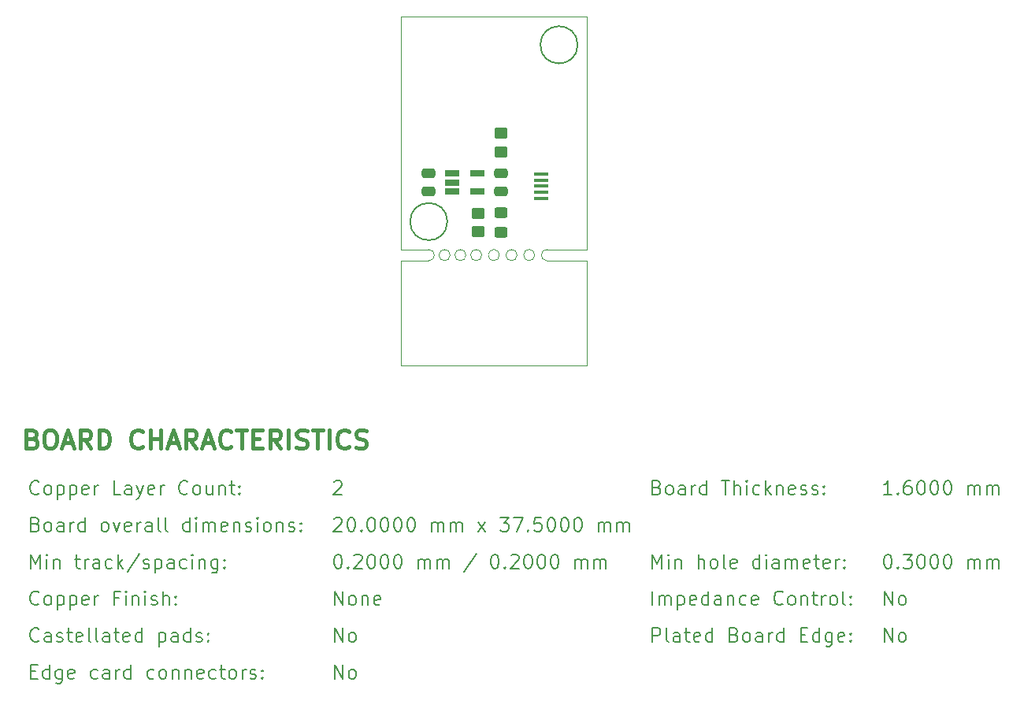
<source format=gbr>
%TF.GenerationSoftware,KiCad,Pcbnew,7.0.8*%
%TF.CreationDate,2024-02-28T15:08:07-05:00*%
%TF.ProjectId,rcl57_debug_psu,72636c35-375f-4646-9562-75675f707375,rev?*%
%TF.SameCoordinates,Original*%
%TF.FileFunction,Paste,Top*%
%TF.FilePolarity,Positive*%
%FSLAX46Y46*%
G04 Gerber Fmt 4.6, Leading zero omitted, Abs format (unit mm)*
G04 Created by KiCad (PCBNEW 7.0.8) date 2024-02-28 15:08:07*
%MOMM*%
%LPD*%
G01*
G04 APERTURE LIST*
G04 Aperture macros list*
%AMRoundRect*
0 Rectangle with rounded corners*
0 $1 Rounding radius*
0 $2 $3 $4 $5 $6 $7 $8 $9 X,Y pos of 4 corners*
0 Add a 4 corners polygon primitive as box body*
4,1,4,$2,$3,$4,$5,$6,$7,$8,$9,$2,$3,0*
0 Add four circle primitives for the rounded corners*
1,1,$1+$1,$2,$3*
1,1,$1+$1,$4,$5*
1,1,$1+$1,$6,$7*
1,1,$1+$1,$8,$9*
0 Add four rect primitives between the rounded corners*
20,1,$1+$1,$2,$3,$4,$5,0*
20,1,$1+$1,$4,$5,$6,$7,0*
20,1,$1+$1,$6,$7,$8,$9,0*
20,1,$1+$1,$8,$9,$2,$3,0*%
G04 Aperture macros list end*
%ADD10RoundRect,0.250000X-0.450000X0.350000X-0.450000X-0.350000X0.450000X-0.350000X0.450000X0.350000X0*%
%ADD11RoundRect,0.250000X0.450000X-0.350000X0.450000X0.350000X-0.450000X0.350000X-0.450000X-0.350000X0*%
%ADD12RoundRect,0.250000X0.475000X-0.250000X0.475000X0.250000X-0.475000X0.250000X-0.475000X-0.250000X0*%
%ADD13R,1.560000X0.650000*%
%ADD14RoundRect,0.250000X0.450000X-0.325000X0.450000X0.325000X-0.450000X0.325000X-0.450000X-0.325000X0*%
%ADD15R,1.500000X0.450000*%
%ADD16C,0.200000*%
%ADD17C,0.400000*%
%ADD18C,0.150000*%
%TA.AperFunction,Profile*%
%ADD19C,0.050000*%
%TD*%
G04 APERTURE END LIST*
D10*
%TO.C,R102*%
X163300000Y-101100000D03*
X163300000Y-103100000D03*
%TD*%
D11*
%TO.C,R101*%
X165800000Y-94500000D03*
X165800000Y-92500000D03*
%TD*%
D12*
%TO.C,C101*%
X165800000Y-98750000D03*
X165800000Y-96850000D03*
%TD*%
D13*
%TO.C,U101*%
X160550000Y-96850000D03*
X160550000Y-97800000D03*
X160550000Y-98750000D03*
X163250000Y-98750000D03*
X163250000Y-96850000D03*
%TD*%
D14*
%TO.C,D101*%
X165800000Y-103125000D03*
X165800000Y-101075000D03*
%TD*%
D12*
%TO.C,C102*%
X158000000Y-98750000D03*
X158000000Y-96850000D03*
%TD*%
D15*
%TO.C,J101*%
X170075000Y-99500000D03*
X170075000Y-98850000D03*
X170075000Y-98200000D03*
X170075000Y-97550000D03*
X170075000Y-96900000D03*
%TD*%
D16*
X206995858Y-143226028D02*
X206995858Y-141726028D01*
X206995858Y-141726028D02*
X207853001Y-143226028D01*
X207853001Y-143226028D02*
X207853001Y-141726028D01*
X208781573Y-143226028D02*
X208638716Y-143154600D01*
X208638716Y-143154600D02*
X208567287Y-143083171D01*
X208567287Y-143083171D02*
X208495859Y-142940314D01*
X208495859Y-142940314D02*
X208495859Y-142511742D01*
X208495859Y-142511742D02*
X208567287Y-142368885D01*
X208567287Y-142368885D02*
X208638716Y-142297457D01*
X208638716Y-142297457D02*
X208781573Y-142226028D01*
X208781573Y-142226028D02*
X208995859Y-142226028D01*
X208995859Y-142226028D02*
X209138716Y-142297457D01*
X209138716Y-142297457D02*
X209210145Y-142368885D01*
X209210145Y-142368885D02*
X209281573Y-142511742D01*
X209281573Y-142511742D02*
X209281573Y-142940314D01*
X209281573Y-142940314D02*
X209210145Y-143083171D01*
X209210145Y-143083171D02*
X209138716Y-143154600D01*
X209138716Y-143154600D02*
X208995859Y-143226028D01*
X208995859Y-143226028D02*
X208781573Y-143226028D01*
X207281573Y-137769028D02*
X207424430Y-137769028D01*
X207424430Y-137769028D02*
X207567287Y-137840457D01*
X207567287Y-137840457D02*
X207638716Y-137911885D01*
X207638716Y-137911885D02*
X207710144Y-138054742D01*
X207710144Y-138054742D02*
X207781573Y-138340457D01*
X207781573Y-138340457D02*
X207781573Y-138697600D01*
X207781573Y-138697600D02*
X207710144Y-138983314D01*
X207710144Y-138983314D02*
X207638716Y-139126171D01*
X207638716Y-139126171D02*
X207567287Y-139197600D01*
X207567287Y-139197600D02*
X207424430Y-139269028D01*
X207424430Y-139269028D02*
X207281573Y-139269028D01*
X207281573Y-139269028D02*
X207138716Y-139197600D01*
X207138716Y-139197600D02*
X207067287Y-139126171D01*
X207067287Y-139126171D02*
X206995858Y-138983314D01*
X206995858Y-138983314D02*
X206924430Y-138697600D01*
X206924430Y-138697600D02*
X206924430Y-138340457D01*
X206924430Y-138340457D02*
X206995858Y-138054742D01*
X206995858Y-138054742D02*
X207067287Y-137911885D01*
X207067287Y-137911885D02*
X207138716Y-137840457D01*
X207138716Y-137840457D02*
X207281573Y-137769028D01*
X208424429Y-139126171D02*
X208495858Y-139197600D01*
X208495858Y-139197600D02*
X208424429Y-139269028D01*
X208424429Y-139269028D02*
X208353001Y-139197600D01*
X208353001Y-139197600D02*
X208424429Y-139126171D01*
X208424429Y-139126171D02*
X208424429Y-139269028D01*
X208995858Y-137769028D02*
X209924430Y-137769028D01*
X209924430Y-137769028D02*
X209424430Y-138340457D01*
X209424430Y-138340457D02*
X209638715Y-138340457D01*
X209638715Y-138340457D02*
X209781573Y-138411885D01*
X209781573Y-138411885D02*
X209853001Y-138483314D01*
X209853001Y-138483314D02*
X209924430Y-138626171D01*
X209924430Y-138626171D02*
X209924430Y-138983314D01*
X209924430Y-138983314D02*
X209853001Y-139126171D01*
X209853001Y-139126171D02*
X209781573Y-139197600D01*
X209781573Y-139197600D02*
X209638715Y-139269028D01*
X209638715Y-139269028D02*
X209210144Y-139269028D01*
X209210144Y-139269028D02*
X209067287Y-139197600D01*
X209067287Y-139197600D02*
X208995858Y-139126171D01*
X210853001Y-137769028D02*
X210995858Y-137769028D01*
X210995858Y-137769028D02*
X211138715Y-137840457D01*
X211138715Y-137840457D02*
X211210144Y-137911885D01*
X211210144Y-137911885D02*
X211281572Y-138054742D01*
X211281572Y-138054742D02*
X211353001Y-138340457D01*
X211353001Y-138340457D02*
X211353001Y-138697600D01*
X211353001Y-138697600D02*
X211281572Y-138983314D01*
X211281572Y-138983314D02*
X211210144Y-139126171D01*
X211210144Y-139126171D02*
X211138715Y-139197600D01*
X211138715Y-139197600D02*
X210995858Y-139269028D01*
X210995858Y-139269028D02*
X210853001Y-139269028D01*
X210853001Y-139269028D02*
X210710144Y-139197600D01*
X210710144Y-139197600D02*
X210638715Y-139126171D01*
X210638715Y-139126171D02*
X210567286Y-138983314D01*
X210567286Y-138983314D02*
X210495858Y-138697600D01*
X210495858Y-138697600D02*
X210495858Y-138340457D01*
X210495858Y-138340457D02*
X210567286Y-138054742D01*
X210567286Y-138054742D02*
X210638715Y-137911885D01*
X210638715Y-137911885D02*
X210710144Y-137840457D01*
X210710144Y-137840457D02*
X210853001Y-137769028D01*
X212281572Y-137769028D02*
X212424429Y-137769028D01*
X212424429Y-137769028D02*
X212567286Y-137840457D01*
X212567286Y-137840457D02*
X212638715Y-137911885D01*
X212638715Y-137911885D02*
X212710143Y-138054742D01*
X212710143Y-138054742D02*
X212781572Y-138340457D01*
X212781572Y-138340457D02*
X212781572Y-138697600D01*
X212781572Y-138697600D02*
X212710143Y-138983314D01*
X212710143Y-138983314D02*
X212638715Y-139126171D01*
X212638715Y-139126171D02*
X212567286Y-139197600D01*
X212567286Y-139197600D02*
X212424429Y-139269028D01*
X212424429Y-139269028D02*
X212281572Y-139269028D01*
X212281572Y-139269028D02*
X212138715Y-139197600D01*
X212138715Y-139197600D02*
X212067286Y-139126171D01*
X212067286Y-139126171D02*
X211995857Y-138983314D01*
X211995857Y-138983314D02*
X211924429Y-138697600D01*
X211924429Y-138697600D02*
X211924429Y-138340457D01*
X211924429Y-138340457D02*
X211995857Y-138054742D01*
X211995857Y-138054742D02*
X212067286Y-137911885D01*
X212067286Y-137911885D02*
X212138715Y-137840457D01*
X212138715Y-137840457D02*
X212281572Y-137769028D01*
X213710143Y-137769028D02*
X213853000Y-137769028D01*
X213853000Y-137769028D02*
X213995857Y-137840457D01*
X213995857Y-137840457D02*
X214067286Y-137911885D01*
X214067286Y-137911885D02*
X214138714Y-138054742D01*
X214138714Y-138054742D02*
X214210143Y-138340457D01*
X214210143Y-138340457D02*
X214210143Y-138697600D01*
X214210143Y-138697600D02*
X214138714Y-138983314D01*
X214138714Y-138983314D02*
X214067286Y-139126171D01*
X214067286Y-139126171D02*
X213995857Y-139197600D01*
X213995857Y-139197600D02*
X213853000Y-139269028D01*
X213853000Y-139269028D02*
X213710143Y-139269028D01*
X213710143Y-139269028D02*
X213567286Y-139197600D01*
X213567286Y-139197600D02*
X213495857Y-139126171D01*
X213495857Y-139126171D02*
X213424428Y-138983314D01*
X213424428Y-138983314D02*
X213353000Y-138697600D01*
X213353000Y-138697600D02*
X213353000Y-138340457D01*
X213353000Y-138340457D02*
X213424428Y-138054742D01*
X213424428Y-138054742D02*
X213495857Y-137911885D01*
X213495857Y-137911885D02*
X213567286Y-137840457D01*
X213567286Y-137840457D02*
X213710143Y-137769028D01*
X215995856Y-139269028D02*
X215995856Y-138269028D01*
X215995856Y-138411885D02*
X216067285Y-138340457D01*
X216067285Y-138340457D02*
X216210142Y-138269028D01*
X216210142Y-138269028D02*
X216424428Y-138269028D01*
X216424428Y-138269028D02*
X216567285Y-138340457D01*
X216567285Y-138340457D02*
X216638714Y-138483314D01*
X216638714Y-138483314D02*
X216638714Y-139269028D01*
X216638714Y-138483314D02*
X216710142Y-138340457D01*
X216710142Y-138340457D02*
X216852999Y-138269028D01*
X216852999Y-138269028D02*
X217067285Y-138269028D01*
X217067285Y-138269028D02*
X217210142Y-138340457D01*
X217210142Y-138340457D02*
X217281571Y-138483314D01*
X217281571Y-138483314D02*
X217281571Y-139269028D01*
X217995856Y-139269028D02*
X217995856Y-138269028D01*
X217995856Y-138411885D02*
X218067285Y-138340457D01*
X218067285Y-138340457D02*
X218210142Y-138269028D01*
X218210142Y-138269028D02*
X218424428Y-138269028D01*
X218424428Y-138269028D02*
X218567285Y-138340457D01*
X218567285Y-138340457D02*
X218638714Y-138483314D01*
X218638714Y-138483314D02*
X218638714Y-139269028D01*
X218638714Y-138483314D02*
X218710142Y-138340457D01*
X218710142Y-138340457D02*
X218852999Y-138269028D01*
X218852999Y-138269028D02*
X219067285Y-138269028D01*
X219067285Y-138269028D02*
X219210142Y-138340457D01*
X219210142Y-138340457D02*
X219281571Y-138483314D01*
X219281571Y-138483314D02*
X219281571Y-139269028D01*
X207781573Y-131355028D02*
X206924430Y-131355028D01*
X207353001Y-131355028D02*
X207353001Y-129855028D01*
X207353001Y-129855028D02*
X207210144Y-130069314D01*
X207210144Y-130069314D02*
X207067287Y-130212171D01*
X207067287Y-130212171D02*
X206924430Y-130283600D01*
X208424429Y-131212171D02*
X208495858Y-131283600D01*
X208495858Y-131283600D02*
X208424429Y-131355028D01*
X208424429Y-131355028D02*
X208353001Y-131283600D01*
X208353001Y-131283600D02*
X208424429Y-131212171D01*
X208424429Y-131212171D02*
X208424429Y-131355028D01*
X209781573Y-129855028D02*
X209495858Y-129855028D01*
X209495858Y-129855028D02*
X209353001Y-129926457D01*
X209353001Y-129926457D02*
X209281573Y-129997885D01*
X209281573Y-129997885D02*
X209138715Y-130212171D01*
X209138715Y-130212171D02*
X209067287Y-130497885D01*
X209067287Y-130497885D02*
X209067287Y-131069314D01*
X209067287Y-131069314D02*
X209138715Y-131212171D01*
X209138715Y-131212171D02*
X209210144Y-131283600D01*
X209210144Y-131283600D02*
X209353001Y-131355028D01*
X209353001Y-131355028D02*
X209638715Y-131355028D01*
X209638715Y-131355028D02*
X209781573Y-131283600D01*
X209781573Y-131283600D02*
X209853001Y-131212171D01*
X209853001Y-131212171D02*
X209924430Y-131069314D01*
X209924430Y-131069314D02*
X209924430Y-130712171D01*
X209924430Y-130712171D02*
X209853001Y-130569314D01*
X209853001Y-130569314D02*
X209781573Y-130497885D01*
X209781573Y-130497885D02*
X209638715Y-130426457D01*
X209638715Y-130426457D02*
X209353001Y-130426457D01*
X209353001Y-130426457D02*
X209210144Y-130497885D01*
X209210144Y-130497885D02*
X209138715Y-130569314D01*
X209138715Y-130569314D02*
X209067287Y-130712171D01*
X210853001Y-129855028D02*
X210995858Y-129855028D01*
X210995858Y-129855028D02*
X211138715Y-129926457D01*
X211138715Y-129926457D02*
X211210144Y-129997885D01*
X211210144Y-129997885D02*
X211281572Y-130140742D01*
X211281572Y-130140742D02*
X211353001Y-130426457D01*
X211353001Y-130426457D02*
X211353001Y-130783600D01*
X211353001Y-130783600D02*
X211281572Y-131069314D01*
X211281572Y-131069314D02*
X211210144Y-131212171D01*
X211210144Y-131212171D02*
X211138715Y-131283600D01*
X211138715Y-131283600D02*
X210995858Y-131355028D01*
X210995858Y-131355028D02*
X210853001Y-131355028D01*
X210853001Y-131355028D02*
X210710144Y-131283600D01*
X210710144Y-131283600D02*
X210638715Y-131212171D01*
X210638715Y-131212171D02*
X210567286Y-131069314D01*
X210567286Y-131069314D02*
X210495858Y-130783600D01*
X210495858Y-130783600D02*
X210495858Y-130426457D01*
X210495858Y-130426457D02*
X210567286Y-130140742D01*
X210567286Y-130140742D02*
X210638715Y-129997885D01*
X210638715Y-129997885D02*
X210710144Y-129926457D01*
X210710144Y-129926457D02*
X210853001Y-129855028D01*
X212281572Y-129855028D02*
X212424429Y-129855028D01*
X212424429Y-129855028D02*
X212567286Y-129926457D01*
X212567286Y-129926457D02*
X212638715Y-129997885D01*
X212638715Y-129997885D02*
X212710143Y-130140742D01*
X212710143Y-130140742D02*
X212781572Y-130426457D01*
X212781572Y-130426457D02*
X212781572Y-130783600D01*
X212781572Y-130783600D02*
X212710143Y-131069314D01*
X212710143Y-131069314D02*
X212638715Y-131212171D01*
X212638715Y-131212171D02*
X212567286Y-131283600D01*
X212567286Y-131283600D02*
X212424429Y-131355028D01*
X212424429Y-131355028D02*
X212281572Y-131355028D01*
X212281572Y-131355028D02*
X212138715Y-131283600D01*
X212138715Y-131283600D02*
X212067286Y-131212171D01*
X212067286Y-131212171D02*
X211995857Y-131069314D01*
X211995857Y-131069314D02*
X211924429Y-130783600D01*
X211924429Y-130783600D02*
X211924429Y-130426457D01*
X211924429Y-130426457D02*
X211995857Y-130140742D01*
X211995857Y-130140742D02*
X212067286Y-129997885D01*
X212067286Y-129997885D02*
X212138715Y-129926457D01*
X212138715Y-129926457D02*
X212281572Y-129855028D01*
X213710143Y-129855028D02*
X213853000Y-129855028D01*
X213853000Y-129855028D02*
X213995857Y-129926457D01*
X213995857Y-129926457D02*
X214067286Y-129997885D01*
X214067286Y-129997885D02*
X214138714Y-130140742D01*
X214138714Y-130140742D02*
X214210143Y-130426457D01*
X214210143Y-130426457D02*
X214210143Y-130783600D01*
X214210143Y-130783600D02*
X214138714Y-131069314D01*
X214138714Y-131069314D02*
X214067286Y-131212171D01*
X214067286Y-131212171D02*
X213995857Y-131283600D01*
X213995857Y-131283600D02*
X213853000Y-131355028D01*
X213853000Y-131355028D02*
X213710143Y-131355028D01*
X213710143Y-131355028D02*
X213567286Y-131283600D01*
X213567286Y-131283600D02*
X213495857Y-131212171D01*
X213495857Y-131212171D02*
X213424428Y-131069314D01*
X213424428Y-131069314D02*
X213353000Y-130783600D01*
X213353000Y-130783600D02*
X213353000Y-130426457D01*
X213353000Y-130426457D02*
X213424428Y-130140742D01*
X213424428Y-130140742D02*
X213495857Y-129997885D01*
X213495857Y-129997885D02*
X213567286Y-129926457D01*
X213567286Y-129926457D02*
X213710143Y-129855028D01*
X215995856Y-131355028D02*
X215995856Y-130355028D01*
X215995856Y-130497885D02*
X216067285Y-130426457D01*
X216067285Y-130426457D02*
X216210142Y-130355028D01*
X216210142Y-130355028D02*
X216424428Y-130355028D01*
X216424428Y-130355028D02*
X216567285Y-130426457D01*
X216567285Y-130426457D02*
X216638714Y-130569314D01*
X216638714Y-130569314D02*
X216638714Y-131355028D01*
X216638714Y-130569314D02*
X216710142Y-130426457D01*
X216710142Y-130426457D02*
X216852999Y-130355028D01*
X216852999Y-130355028D02*
X217067285Y-130355028D01*
X217067285Y-130355028D02*
X217210142Y-130426457D01*
X217210142Y-130426457D02*
X217281571Y-130569314D01*
X217281571Y-130569314D02*
X217281571Y-131355028D01*
X217995856Y-131355028D02*
X217995856Y-130355028D01*
X217995856Y-130497885D02*
X218067285Y-130426457D01*
X218067285Y-130426457D02*
X218210142Y-130355028D01*
X218210142Y-130355028D02*
X218424428Y-130355028D01*
X218424428Y-130355028D02*
X218567285Y-130426457D01*
X218567285Y-130426457D02*
X218638714Y-130569314D01*
X218638714Y-130569314D02*
X218638714Y-131355028D01*
X218638714Y-130569314D02*
X218710142Y-130426457D01*
X218710142Y-130426457D02*
X218852999Y-130355028D01*
X218852999Y-130355028D02*
X219067285Y-130355028D01*
X219067285Y-130355028D02*
X219210142Y-130426457D01*
X219210142Y-130426457D02*
X219281571Y-130569314D01*
X219281571Y-130569314D02*
X219281571Y-131355028D01*
X182053001Y-143226028D02*
X182053001Y-141726028D01*
X182767287Y-143226028D02*
X182767287Y-142226028D01*
X182767287Y-142368885D02*
X182838716Y-142297457D01*
X182838716Y-142297457D02*
X182981573Y-142226028D01*
X182981573Y-142226028D02*
X183195859Y-142226028D01*
X183195859Y-142226028D02*
X183338716Y-142297457D01*
X183338716Y-142297457D02*
X183410145Y-142440314D01*
X183410145Y-142440314D02*
X183410145Y-143226028D01*
X183410145Y-142440314D02*
X183481573Y-142297457D01*
X183481573Y-142297457D02*
X183624430Y-142226028D01*
X183624430Y-142226028D02*
X183838716Y-142226028D01*
X183838716Y-142226028D02*
X183981573Y-142297457D01*
X183981573Y-142297457D02*
X184053002Y-142440314D01*
X184053002Y-142440314D02*
X184053002Y-143226028D01*
X184767287Y-142226028D02*
X184767287Y-143726028D01*
X184767287Y-142297457D02*
X184910145Y-142226028D01*
X184910145Y-142226028D02*
X185195859Y-142226028D01*
X185195859Y-142226028D02*
X185338716Y-142297457D01*
X185338716Y-142297457D02*
X185410145Y-142368885D01*
X185410145Y-142368885D02*
X185481573Y-142511742D01*
X185481573Y-142511742D02*
X185481573Y-142940314D01*
X185481573Y-142940314D02*
X185410145Y-143083171D01*
X185410145Y-143083171D02*
X185338716Y-143154600D01*
X185338716Y-143154600D02*
X185195859Y-143226028D01*
X185195859Y-143226028D02*
X184910145Y-143226028D01*
X184910145Y-143226028D02*
X184767287Y-143154600D01*
X186695859Y-143154600D02*
X186553002Y-143226028D01*
X186553002Y-143226028D02*
X186267288Y-143226028D01*
X186267288Y-143226028D02*
X186124430Y-143154600D01*
X186124430Y-143154600D02*
X186053002Y-143011742D01*
X186053002Y-143011742D02*
X186053002Y-142440314D01*
X186053002Y-142440314D02*
X186124430Y-142297457D01*
X186124430Y-142297457D02*
X186267288Y-142226028D01*
X186267288Y-142226028D02*
X186553002Y-142226028D01*
X186553002Y-142226028D02*
X186695859Y-142297457D01*
X186695859Y-142297457D02*
X186767288Y-142440314D01*
X186767288Y-142440314D02*
X186767288Y-142583171D01*
X186767288Y-142583171D02*
X186053002Y-142726028D01*
X188053002Y-143226028D02*
X188053002Y-141726028D01*
X188053002Y-143154600D02*
X187910144Y-143226028D01*
X187910144Y-143226028D02*
X187624430Y-143226028D01*
X187624430Y-143226028D02*
X187481573Y-143154600D01*
X187481573Y-143154600D02*
X187410144Y-143083171D01*
X187410144Y-143083171D02*
X187338716Y-142940314D01*
X187338716Y-142940314D02*
X187338716Y-142511742D01*
X187338716Y-142511742D02*
X187410144Y-142368885D01*
X187410144Y-142368885D02*
X187481573Y-142297457D01*
X187481573Y-142297457D02*
X187624430Y-142226028D01*
X187624430Y-142226028D02*
X187910144Y-142226028D01*
X187910144Y-142226028D02*
X188053002Y-142297457D01*
X189410145Y-143226028D02*
X189410145Y-142440314D01*
X189410145Y-142440314D02*
X189338716Y-142297457D01*
X189338716Y-142297457D02*
X189195859Y-142226028D01*
X189195859Y-142226028D02*
X188910145Y-142226028D01*
X188910145Y-142226028D02*
X188767287Y-142297457D01*
X189410145Y-143154600D02*
X189267287Y-143226028D01*
X189267287Y-143226028D02*
X188910145Y-143226028D01*
X188910145Y-143226028D02*
X188767287Y-143154600D01*
X188767287Y-143154600D02*
X188695859Y-143011742D01*
X188695859Y-143011742D02*
X188695859Y-142868885D01*
X188695859Y-142868885D02*
X188767287Y-142726028D01*
X188767287Y-142726028D02*
X188910145Y-142654600D01*
X188910145Y-142654600D02*
X189267287Y-142654600D01*
X189267287Y-142654600D02*
X189410145Y-142583171D01*
X190124430Y-142226028D02*
X190124430Y-143226028D01*
X190124430Y-142368885D02*
X190195859Y-142297457D01*
X190195859Y-142297457D02*
X190338716Y-142226028D01*
X190338716Y-142226028D02*
X190553002Y-142226028D01*
X190553002Y-142226028D02*
X190695859Y-142297457D01*
X190695859Y-142297457D02*
X190767288Y-142440314D01*
X190767288Y-142440314D02*
X190767288Y-143226028D01*
X192124431Y-143154600D02*
X191981573Y-143226028D01*
X191981573Y-143226028D02*
X191695859Y-143226028D01*
X191695859Y-143226028D02*
X191553002Y-143154600D01*
X191553002Y-143154600D02*
X191481573Y-143083171D01*
X191481573Y-143083171D02*
X191410145Y-142940314D01*
X191410145Y-142940314D02*
X191410145Y-142511742D01*
X191410145Y-142511742D02*
X191481573Y-142368885D01*
X191481573Y-142368885D02*
X191553002Y-142297457D01*
X191553002Y-142297457D02*
X191695859Y-142226028D01*
X191695859Y-142226028D02*
X191981573Y-142226028D01*
X191981573Y-142226028D02*
X192124431Y-142297457D01*
X193338716Y-143154600D02*
X193195859Y-143226028D01*
X193195859Y-143226028D02*
X192910145Y-143226028D01*
X192910145Y-143226028D02*
X192767287Y-143154600D01*
X192767287Y-143154600D02*
X192695859Y-143011742D01*
X192695859Y-143011742D02*
X192695859Y-142440314D01*
X192695859Y-142440314D02*
X192767287Y-142297457D01*
X192767287Y-142297457D02*
X192910145Y-142226028D01*
X192910145Y-142226028D02*
X193195859Y-142226028D01*
X193195859Y-142226028D02*
X193338716Y-142297457D01*
X193338716Y-142297457D02*
X193410145Y-142440314D01*
X193410145Y-142440314D02*
X193410145Y-142583171D01*
X193410145Y-142583171D02*
X192695859Y-142726028D01*
X196053001Y-143083171D02*
X195981573Y-143154600D01*
X195981573Y-143154600D02*
X195767287Y-143226028D01*
X195767287Y-143226028D02*
X195624430Y-143226028D01*
X195624430Y-143226028D02*
X195410144Y-143154600D01*
X195410144Y-143154600D02*
X195267287Y-143011742D01*
X195267287Y-143011742D02*
X195195858Y-142868885D01*
X195195858Y-142868885D02*
X195124430Y-142583171D01*
X195124430Y-142583171D02*
X195124430Y-142368885D01*
X195124430Y-142368885D02*
X195195858Y-142083171D01*
X195195858Y-142083171D02*
X195267287Y-141940314D01*
X195267287Y-141940314D02*
X195410144Y-141797457D01*
X195410144Y-141797457D02*
X195624430Y-141726028D01*
X195624430Y-141726028D02*
X195767287Y-141726028D01*
X195767287Y-141726028D02*
X195981573Y-141797457D01*
X195981573Y-141797457D02*
X196053001Y-141868885D01*
X196910144Y-143226028D02*
X196767287Y-143154600D01*
X196767287Y-143154600D02*
X196695858Y-143083171D01*
X196695858Y-143083171D02*
X196624430Y-142940314D01*
X196624430Y-142940314D02*
X196624430Y-142511742D01*
X196624430Y-142511742D02*
X196695858Y-142368885D01*
X196695858Y-142368885D02*
X196767287Y-142297457D01*
X196767287Y-142297457D02*
X196910144Y-142226028D01*
X196910144Y-142226028D02*
X197124430Y-142226028D01*
X197124430Y-142226028D02*
X197267287Y-142297457D01*
X197267287Y-142297457D02*
X197338716Y-142368885D01*
X197338716Y-142368885D02*
X197410144Y-142511742D01*
X197410144Y-142511742D02*
X197410144Y-142940314D01*
X197410144Y-142940314D02*
X197338716Y-143083171D01*
X197338716Y-143083171D02*
X197267287Y-143154600D01*
X197267287Y-143154600D02*
X197124430Y-143226028D01*
X197124430Y-143226028D02*
X196910144Y-143226028D01*
X198053001Y-142226028D02*
X198053001Y-143226028D01*
X198053001Y-142368885D02*
X198124430Y-142297457D01*
X198124430Y-142297457D02*
X198267287Y-142226028D01*
X198267287Y-142226028D02*
X198481573Y-142226028D01*
X198481573Y-142226028D02*
X198624430Y-142297457D01*
X198624430Y-142297457D02*
X198695859Y-142440314D01*
X198695859Y-142440314D02*
X198695859Y-143226028D01*
X199195859Y-142226028D02*
X199767287Y-142226028D01*
X199410144Y-141726028D02*
X199410144Y-143011742D01*
X199410144Y-143011742D02*
X199481573Y-143154600D01*
X199481573Y-143154600D02*
X199624430Y-143226028D01*
X199624430Y-143226028D02*
X199767287Y-143226028D01*
X200267287Y-143226028D02*
X200267287Y-142226028D01*
X200267287Y-142511742D02*
X200338716Y-142368885D01*
X200338716Y-142368885D02*
X200410145Y-142297457D01*
X200410145Y-142297457D02*
X200553002Y-142226028D01*
X200553002Y-142226028D02*
X200695859Y-142226028D01*
X201410144Y-143226028D02*
X201267287Y-143154600D01*
X201267287Y-143154600D02*
X201195858Y-143083171D01*
X201195858Y-143083171D02*
X201124430Y-142940314D01*
X201124430Y-142940314D02*
X201124430Y-142511742D01*
X201124430Y-142511742D02*
X201195858Y-142368885D01*
X201195858Y-142368885D02*
X201267287Y-142297457D01*
X201267287Y-142297457D02*
X201410144Y-142226028D01*
X201410144Y-142226028D02*
X201624430Y-142226028D01*
X201624430Y-142226028D02*
X201767287Y-142297457D01*
X201767287Y-142297457D02*
X201838716Y-142368885D01*
X201838716Y-142368885D02*
X201910144Y-142511742D01*
X201910144Y-142511742D02*
X201910144Y-142940314D01*
X201910144Y-142940314D02*
X201838716Y-143083171D01*
X201838716Y-143083171D02*
X201767287Y-143154600D01*
X201767287Y-143154600D02*
X201624430Y-143226028D01*
X201624430Y-143226028D02*
X201410144Y-143226028D01*
X202767287Y-143226028D02*
X202624430Y-143154600D01*
X202624430Y-143154600D02*
X202553001Y-143011742D01*
X202553001Y-143011742D02*
X202553001Y-141726028D01*
X203338715Y-143083171D02*
X203410144Y-143154600D01*
X203410144Y-143154600D02*
X203338715Y-143226028D01*
X203338715Y-143226028D02*
X203267287Y-143154600D01*
X203267287Y-143154600D02*
X203338715Y-143083171D01*
X203338715Y-143083171D02*
X203338715Y-143226028D01*
X203338715Y-142297457D02*
X203410144Y-142368885D01*
X203410144Y-142368885D02*
X203338715Y-142440314D01*
X203338715Y-142440314D02*
X203267287Y-142368885D01*
X203267287Y-142368885D02*
X203338715Y-142297457D01*
X203338715Y-142297457D02*
X203338715Y-142440314D01*
X182053001Y-139269028D02*
X182053001Y-137769028D01*
X182053001Y-137769028D02*
X182553001Y-138840457D01*
X182553001Y-138840457D02*
X183053001Y-137769028D01*
X183053001Y-137769028D02*
X183053001Y-139269028D01*
X183767287Y-139269028D02*
X183767287Y-138269028D01*
X183767287Y-137769028D02*
X183695859Y-137840457D01*
X183695859Y-137840457D02*
X183767287Y-137911885D01*
X183767287Y-137911885D02*
X183838716Y-137840457D01*
X183838716Y-137840457D02*
X183767287Y-137769028D01*
X183767287Y-137769028D02*
X183767287Y-137911885D01*
X184481573Y-138269028D02*
X184481573Y-139269028D01*
X184481573Y-138411885D02*
X184553002Y-138340457D01*
X184553002Y-138340457D02*
X184695859Y-138269028D01*
X184695859Y-138269028D02*
X184910145Y-138269028D01*
X184910145Y-138269028D02*
X185053002Y-138340457D01*
X185053002Y-138340457D02*
X185124431Y-138483314D01*
X185124431Y-138483314D02*
X185124431Y-139269028D01*
X186981573Y-139269028D02*
X186981573Y-137769028D01*
X187624431Y-139269028D02*
X187624431Y-138483314D01*
X187624431Y-138483314D02*
X187553002Y-138340457D01*
X187553002Y-138340457D02*
X187410145Y-138269028D01*
X187410145Y-138269028D02*
X187195859Y-138269028D01*
X187195859Y-138269028D02*
X187053002Y-138340457D01*
X187053002Y-138340457D02*
X186981573Y-138411885D01*
X188553002Y-139269028D02*
X188410145Y-139197600D01*
X188410145Y-139197600D02*
X188338716Y-139126171D01*
X188338716Y-139126171D02*
X188267288Y-138983314D01*
X188267288Y-138983314D02*
X188267288Y-138554742D01*
X188267288Y-138554742D02*
X188338716Y-138411885D01*
X188338716Y-138411885D02*
X188410145Y-138340457D01*
X188410145Y-138340457D02*
X188553002Y-138269028D01*
X188553002Y-138269028D02*
X188767288Y-138269028D01*
X188767288Y-138269028D02*
X188910145Y-138340457D01*
X188910145Y-138340457D02*
X188981574Y-138411885D01*
X188981574Y-138411885D02*
X189053002Y-138554742D01*
X189053002Y-138554742D02*
X189053002Y-138983314D01*
X189053002Y-138983314D02*
X188981574Y-139126171D01*
X188981574Y-139126171D02*
X188910145Y-139197600D01*
X188910145Y-139197600D02*
X188767288Y-139269028D01*
X188767288Y-139269028D02*
X188553002Y-139269028D01*
X189910145Y-139269028D02*
X189767288Y-139197600D01*
X189767288Y-139197600D02*
X189695859Y-139054742D01*
X189695859Y-139054742D02*
X189695859Y-137769028D01*
X191053002Y-139197600D02*
X190910145Y-139269028D01*
X190910145Y-139269028D02*
X190624431Y-139269028D01*
X190624431Y-139269028D02*
X190481573Y-139197600D01*
X190481573Y-139197600D02*
X190410145Y-139054742D01*
X190410145Y-139054742D02*
X190410145Y-138483314D01*
X190410145Y-138483314D02*
X190481573Y-138340457D01*
X190481573Y-138340457D02*
X190624431Y-138269028D01*
X190624431Y-138269028D02*
X190910145Y-138269028D01*
X190910145Y-138269028D02*
X191053002Y-138340457D01*
X191053002Y-138340457D02*
X191124431Y-138483314D01*
X191124431Y-138483314D02*
X191124431Y-138626171D01*
X191124431Y-138626171D02*
X190410145Y-138769028D01*
X193553002Y-139269028D02*
X193553002Y-137769028D01*
X193553002Y-139197600D02*
X193410144Y-139269028D01*
X193410144Y-139269028D02*
X193124430Y-139269028D01*
X193124430Y-139269028D02*
X192981573Y-139197600D01*
X192981573Y-139197600D02*
X192910144Y-139126171D01*
X192910144Y-139126171D02*
X192838716Y-138983314D01*
X192838716Y-138983314D02*
X192838716Y-138554742D01*
X192838716Y-138554742D02*
X192910144Y-138411885D01*
X192910144Y-138411885D02*
X192981573Y-138340457D01*
X192981573Y-138340457D02*
X193124430Y-138269028D01*
X193124430Y-138269028D02*
X193410144Y-138269028D01*
X193410144Y-138269028D02*
X193553002Y-138340457D01*
X194267287Y-139269028D02*
X194267287Y-138269028D01*
X194267287Y-137769028D02*
X194195859Y-137840457D01*
X194195859Y-137840457D02*
X194267287Y-137911885D01*
X194267287Y-137911885D02*
X194338716Y-137840457D01*
X194338716Y-137840457D02*
X194267287Y-137769028D01*
X194267287Y-137769028D02*
X194267287Y-137911885D01*
X195624431Y-139269028D02*
X195624431Y-138483314D01*
X195624431Y-138483314D02*
X195553002Y-138340457D01*
X195553002Y-138340457D02*
X195410145Y-138269028D01*
X195410145Y-138269028D02*
X195124431Y-138269028D01*
X195124431Y-138269028D02*
X194981573Y-138340457D01*
X195624431Y-139197600D02*
X195481573Y-139269028D01*
X195481573Y-139269028D02*
X195124431Y-139269028D01*
X195124431Y-139269028D02*
X194981573Y-139197600D01*
X194981573Y-139197600D02*
X194910145Y-139054742D01*
X194910145Y-139054742D02*
X194910145Y-138911885D01*
X194910145Y-138911885D02*
X194981573Y-138769028D01*
X194981573Y-138769028D02*
X195124431Y-138697600D01*
X195124431Y-138697600D02*
X195481573Y-138697600D01*
X195481573Y-138697600D02*
X195624431Y-138626171D01*
X196338716Y-139269028D02*
X196338716Y-138269028D01*
X196338716Y-138411885D02*
X196410145Y-138340457D01*
X196410145Y-138340457D02*
X196553002Y-138269028D01*
X196553002Y-138269028D02*
X196767288Y-138269028D01*
X196767288Y-138269028D02*
X196910145Y-138340457D01*
X196910145Y-138340457D02*
X196981574Y-138483314D01*
X196981574Y-138483314D02*
X196981574Y-139269028D01*
X196981574Y-138483314D02*
X197053002Y-138340457D01*
X197053002Y-138340457D02*
X197195859Y-138269028D01*
X197195859Y-138269028D02*
X197410145Y-138269028D01*
X197410145Y-138269028D02*
X197553002Y-138340457D01*
X197553002Y-138340457D02*
X197624431Y-138483314D01*
X197624431Y-138483314D02*
X197624431Y-139269028D01*
X198910145Y-139197600D02*
X198767288Y-139269028D01*
X198767288Y-139269028D02*
X198481574Y-139269028D01*
X198481574Y-139269028D02*
X198338716Y-139197600D01*
X198338716Y-139197600D02*
X198267288Y-139054742D01*
X198267288Y-139054742D02*
X198267288Y-138483314D01*
X198267288Y-138483314D02*
X198338716Y-138340457D01*
X198338716Y-138340457D02*
X198481574Y-138269028D01*
X198481574Y-138269028D02*
X198767288Y-138269028D01*
X198767288Y-138269028D02*
X198910145Y-138340457D01*
X198910145Y-138340457D02*
X198981574Y-138483314D01*
X198981574Y-138483314D02*
X198981574Y-138626171D01*
X198981574Y-138626171D02*
X198267288Y-138769028D01*
X199410145Y-138269028D02*
X199981573Y-138269028D01*
X199624430Y-137769028D02*
X199624430Y-139054742D01*
X199624430Y-139054742D02*
X199695859Y-139197600D01*
X199695859Y-139197600D02*
X199838716Y-139269028D01*
X199838716Y-139269028D02*
X199981573Y-139269028D01*
X201053002Y-139197600D02*
X200910145Y-139269028D01*
X200910145Y-139269028D02*
X200624431Y-139269028D01*
X200624431Y-139269028D02*
X200481573Y-139197600D01*
X200481573Y-139197600D02*
X200410145Y-139054742D01*
X200410145Y-139054742D02*
X200410145Y-138483314D01*
X200410145Y-138483314D02*
X200481573Y-138340457D01*
X200481573Y-138340457D02*
X200624431Y-138269028D01*
X200624431Y-138269028D02*
X200910145Y-138269028D01*
X200910145Y-138269028D02*
X201053002Y-138340457D01*
X201053002Y-138340457D02*
X201124431Y-138483314D01*
X201124431Y-138483314D02*
X201124431Y-138626171D01*
X201124431Y-138626171D02*
X200410145Y-138769028D01*
X201767287Y-139269028D02*
X201767287Y-138269028D01*
X201767287Y-138554742D02*
X201838716Y-138411885D01*
X201838716Y-138411885D02*
X201910145Y-138340457D01*
X201910145Y-138340457D02*
X202053002Y-138269028D01*
X202053002Y-138269028D02*
X202195859Y-138269028D01*
X202695858Y-139126171D02*
X202767287Y-139197600D01*
X202767287Y-139197600D02*
X202695858Y-139269028D01*
X202695858Y-139269028D02*
X202624430Y-139197600D01*
X202624430Y-139197600D02*
X202695858Y-139126171D01*
X202695858Y-139126171D02*
X202695858Y-139269028D01*
X202695858Y-138340457D02*
X202767287Y-138411885D01*
X202767287Y-138411885D02*
X202695858Y-138483314D01*
X202695858Y-138483314D02*
X202624430Y-138411885D01*
X202624430Y-138411885D02*
X202695858Y-138340457D01*
X202695858Y-138340457D02*
X202695858Y-138483314D01*
X182553001Y-130569314D02*
X182767287Y-130640742D01*
X182767287Y-130640742D02*
X182838716Y-130712171D01*
X182838716Y-130712171D02*
X182910144Y-130855028D01*
X182910144Y-130855028D02*
X182910144Y-131069314D01*
X182910144Y-131069314D02*
X182838716Y-131212171D01*
X182838716Y-131212171D02*
X182767287Y-131283600D01*
X182767287Y-131283600D02*
X182624430Y-131355028D01*
X182624430Y-131355028D02*
X182053001Y-131355028D01*
X182053001Y-131355028D02*
X182053001Y-129855028D01*
X182053001Y-129855028D02*
X182553001Y-129855028D01*
X182553001Y-129855028D02*
X182695859Y-129926457D01*
X182695859Y-129926457D02*
X182767287Y-129997885D01*
X182767287Y-129997885D02*
X182838716Y-130140742D01*
X182838716Y-130140742D02*
X182838716Y-130283600D01*
X182838716Y-130283600D02*
X182767287Y-130426457D01*
X182767287Y-130426457D02*
X182695859Y-130497885D01*
X182695859Y-130497885D02*
X182553001Y-130569314D01*
X182553001Y-130569314D02*
X182053001Y-130569314D01*
X183767287Y-131355028D02*
X183624430Y-131283600D01*
X183624430Y-131283600D02*
X183553001Y-131212171D01*
X183553001Y-131212171D02*
X183481573Y-131069314D01*
X183481573Y-131069314D02*
X183481573Y-130640742D01*
X183481573Y-130640742D02*
X183553001Y-130497885D01*
X183553001Y-130497885D02*
X183624430Y-130426457D01*
X183624430Y-130426457D02*
X183767287Y-130355028D01*
X183767287Y-130355028D02*
X183981573Y-130355028D01*
X183981573Y-130355028D02*
X184124430Y-130426457D01*
X184124430Y-130426457D02*
X184195859Y-130497885D01*
X184195859Y-130497885D02*
X184267287Y-130640742D01*
X184267287Y-130640742D02*
X184267287Y-131069314D01*
X184267287Y-131069314D02*
X184195859Y-131212171D01*
X184195859Y-131212171D02*
X184124430Y-131283600D01*
X184124430Y-131283600D02*
X183981573Y-131355028D01*
X183981573Y-131355028D02*
X183767287Y-131355028D01*
X185553002Y-131355028D02*
X185553002Y-130569314D01*
X185553002Y-130569314D02*
X185481573Y-130426457D01*
X185481573Y-130426457D02*
X185338716Y-130355028D01*
X185338716Y-130355028D02*
X185053002Y-130355028D01*
X185053002Y-130355028D02*
X184910144Y-130426457D01*
X185553002Y-131283600D02*
X185410144Y-131355028D01*
X185410144Y-131355028D02*
X185053002Y-131355028D01*
X185053002Y-131355028D02*
X184910144Y-131283600D01*
X184910144Y-131283600D02*
X184838716Y-131140742D01*
X184838716Y-131140742D02*
X184838716Y-130997885D01*
X184838716Y-130997885D02*
X184910144Y-130855028D01*
X184910144Y-130855028D02*
X185053002Y-130783600D01*
X185053002Y-130783600D02*
X185410144Y-130783600D01*
X185410144Y-130783600D02*
X185553002Y-130712171D01*
X186267287Y-131355028D02*
X186267287Y-130355028D01*
X186267287Y-130640742D02*
X186338716Y-130497885D01*
X186338716Y-130497885D02*
X186410145Y-130426457D01*
X186410145Y-130426457D02*
X186553002Y-130355028D01*
X186553002Y-130355028D02*
X186695859Y-130355028D01*
X187838716Y-131355028D02*
X187838716Y-129855028D01*
X187838716Y-131283600D02*
X187695858Y-131355028D01*
X187695858Y-131355028D02*
X187410144Y-131355028D01*
X187410144Y-131355028D02*
X187267287Y-131283600D01*
X187267287Y-131283600D02*
X187195858Y-131212171D01*
X187195858Y-131212171D02*
X187124430Y-131069314D01*
X187124430Y-131069314D02*
X187124430Y-130640742D01*
X187124430Y-130640742D02*
X187195858Y-130497885D01*
X187195858Y-130497885D02*
X187267287Y-130426457D01*
X187267287Y-130426457D02*
X187410144Y-130355028D01*
X187410144Y-130355028D02*
X187695858Y-130355028D01*
X187695858Y-130355028D02*
X187838716Y-130426457D01*
X189481573Y-129855028D02*
X190338716Y-129855028D01*
X189910144Y-131355028D02*
X189910144Y-129855028D01*
X190838715Y-131355028D02*
X190838715Y-129855028D01*
X191481573Y-131355028D02*
X191481573Y-130569314D01*
X191481573Y-130569314D02*
X191410144Y-130426457D01*
X191410144Y-130426457D02*
X191267287Y-130355028D01*
X191267287Y-130355028D02*
X191053001Y-130355028D01*
X191053001Y-130355028D02*
X190910144Y-130426457D01*
X190910144Y-130426457D02*
X190838715Y-130497885D01*
X192195858Y-131355028D02*
X192195858Y-130355028D01*
X192195858Y-129855028D02*
X192124430Y-129926457D01*
X192124430Y-129926457D02*
X192195858Y-129997885D01*
X192195858Y-129997885D02*
X192267287Y-129926457D01*
X192267287Y-129926457D02*
X192195858Y-129855028D01*
X192195858Y-129855028D02*
X192195858Y-129997885D01*
X193553002Y-131283600D02*
X193410144Y-131355028D01*
X193410144Y-131355028D02*
X193124430Y-131355028D01*
X193124430Y-131355028D02*
X192981573Y-131283600D01*
X192981573Y-131283600D02*
X192910144Y-131212171D01*
X192910144Y-131212171D02*
X192838716Y-131069314D01*
X192838716Y-131069314D02*
X192838716Y-130640742D01*
X192838716Y-130640742D02*
X192910144Y-130497885D01*
X192910144Y-130497885D02*
X192981573Y-130426457D01*
X192981573Y-130426457D02*
X193124430Y-130355028D01*
X193124430Y-130355028D02*
X193410144Y-130355028D01*
X193410144Y-130355028D02*
X193553002Y-130426457D01*
X194195858Y-131355028D02*
X194195858Y-129855028D01*
X194338716Y-130783600D02*
X194767287Y-131355028D01*
X194767287Y-130355028D02*
X194195858Y-130926457D01*
X195410144Y-130355028D02*
X195410144Y-131355028D01*
X195410144Y-130497885D02*
X195481573Y-130426457D01*
X195481573Y-130426457D02*
X195624430Y-130355028D01*
X195624430Y-130355028D02*
X195838716Y-130355028D01*
X195838716Y-130355028D02*
X195981573Y-130426457D01*
X195981573Y-130426457D02*
X196053002Y-130569314D01*
X196053002Y-130569314D02*
X196053002Y-131355028D01*
X197338716Y-131283600D02*
X197195859Y-131355028D01*
X197195859Y-131355028D02*
X196910145Y-131355028D01*
X196910145Y-131355028D02*
X196767287Y-131283600D01*
X196767287Y-131283600D02*
X196695859Y-131140742D01*
X196695859Y-131140742D02*
X196695859Y-130569314D01*
X196695859Y-130569314D02*
X196767287Y-130426457D01*
X196767287Y-130426457D02*
X196910145Y-130355028D01*
X196910145Y-130355028D02*
X197195859Y-130355028D01*
X197195859Y-130355028D02*
X197338716Y-130426457D01*
X197338716Y-130426457D02*
X197410145Y-130569314D01*
X197410145Y-130569314D02*
X197410145Y-130712171D01*
X197410145Y-130712171D02*
X196695859Y-130855028D01*
X197981573Y-131283600D02*
X198124430Y-131355028D01*
X198124430Y-131355028D02*
X198410144Y-131355028D01*
X198410144Y-131355028D02*
X198553001Y-131283600D01*
X198553001Y-131283600D02*
X198624430Y-131140742D01*
X198624430Y-131140742D02*
X198624430Y-131069314D01*
X198624430Y-131069314D02*
X198553001Y-130926457D01*
X198553001Y-130926457D02*
X198410144Y-130855028D01*
X198410144Y-130855028D02*
X198195859Y-130855028D01*
X198195859Y-130855028D02*
X198053001Y-130783600D01*
X198053001Y-130783600D02*
X197981573Y-130640742D01*
X197981573Y-130640742D02*
X197981573Y-130569314D01*
X197981573Y-130569314D02*
X198053001Y-130426457D01*
X198053001Y-130426457D02*
X198195859Y-130355028D01*
X198195859Y-130355028D02*
X198410144Y-130355028D01*
X198410144Y-130355028D02*
X198553001Y-130426457D01*
X199195859Y-131283600D02*
X199338716Y-131355028D01*
X199338716Y-131355028D02*
X199624430Y-131355028D01*
X199624430Y-131355028D02*
X199767287Y-131283600D01*
X199767287Y-131283600D02*
X199838716Y-131140742D01*
X199838716Y-131140742D02*
X199838716Y-131069314D01*
X199838716Y-131069314D02*
X199767287Y-130926457D01*
X199767287Y-130926457D02*
X199624430Y-130855028D01*
X199624430Y-130855028D02*
X199410145Y-130855028D01*
X199410145Y-130855028D02*
X199267287Y-130783600D01*
X199267287Y-130783600D02*
X199195859Y-130640742D01*
X199195859Y-130640742D02*
X199195859Y-130569314D01*
X199195859Y-130569314D02*
X199267287Y-130426457D01*
X199267287Y-130426457D02*
X199410145Y-130355028D01*
X199410145Y-130355028D02*
X199624430Y-130355028D01*
X199624430Y-130355028D02*
X199767287Y-130426457D01*
X200481573Y-131212171D02*
X200553002Y-131283600D01*
X200553002Y-131283600D02*
X200481573Y-131355028D01*
X200481573Y-131355028D02*
X200410145Y-131283600D01*
X200410145Y-131283600D02*
X200481573Y-131212171D01*
X200481573Y-131212171D02*
X200481573Y-131355028D01*
X200481573Y-130426457D02*
X200553002Y-130497885D01*
X200553002Y-130497885D02*
X200481573Y-130569314D01*
X200481573Y-130569314D02*
X200410145Y-130497885D01*
X200410145Y-130497885D02*
X200481573Y-130426457D01*
X200481573Y-130426457D02*
X200481573Y-130569314D01*
X147895863Y-143226028D02*
X147895863Y-141726028D01*
X147895863Y-141726028D02*
X148753006Y-143226028D01*
X148753006Y-143226028D02*
X148753006Y-141726028D01*
X149681578Y-143226028D02*
X149538721Y-143154600D01*
X149538721Y-143154600D02*
X149467292Y-143083171D01*
X149467292Y-143083171D02*
X149395864Y-142940314D01*
X149395864Y-142940314D02*
X149395864Y-142511742D01*
X149395864Y-142511742D02*
X149467292Y-142368885D01*
X149467292Y-142368885D02*
X149538721Y-142297457D01*
X149538721Y-142297457D02*
X149681578Y-142226028D01*
X149681578Y-142226028D02*
X149895864Y-142226028D01*
X149895864Y-142226028D02*
X150038721Y-142297457D01*
X150038721Y-142297457D02*
X150110150Y-142368885D01*
X150110150Y-142368885D02*
X150181578Y-142511742D01*
X150181578Y-142511742D02*
X150181578Y-142940314D01*
X150181578Y-142940314D02*
X150110150Y-143083171D01*
X150110150Y-143083171D02*
X150038721Y-143154600D01*
X150038721Y-143154600D02*
X149895864Y-143226028D01*
X149895864Y-143226028D02*
X149681578Y-143226028D01*
X150824435Y-142226028D02*
X150824435Y-143226028D01*
X150824435Y-142368885D02*
X150895864Y-142297457D01*
X150895864Y-142297457D02*
X151038721Y-142226028D01*
X151038721Y-142226028D02*
X151253007Y-142226028D01*
X151253007Y-142226028D02*
X151395864Y-142297457D01*
X151395864Y-142297457D02*
X151467293Y-142440314D01*
X151467293Y-142440314D02*
X151467293Y-143226028D01*
X152753007Y-143154600D02*
X152610150Y-143226028D01*
X152610150Y-143226028D02*
X152324436Y-143226028D01*
X152324436Y-143226028D02*
X152181578Y-143154600D01*
X152181578Y-143154600D02*
X152110150Y-143011742D01*
X152110150Y-143011742D02*
X152110150Y-142440314D01*
X152110150Y-142440314D02*
X152181578Y-142297457D01*
X152181578Y-142297457D02*
X152324436Y-142226028D01*
X152324436Y-142226028D02*
X152610150Y-142226028D01*
X152610150Y-142226028D02*
X152753007Y-142297457D01*
X152753007Y-142297457D02*
X152824436Y-142440314D01*
X152824436Y-142440314D02*
X152824436Y-142583171D01*
X152824436Y-142583171D02*
X152110150Y-142726028D01*
X148181578Y-137769028D02*
X148324435Y-137769028D01*
X148324435Y-137769028D02*
X148467292Y-137840457D01*
X148467292Y-137840457D02*
X148538721Y-137911885D01*
X148538721Y-137911885D02*
X148610149Y-138054742D01*
X148610149Y-138054742D02*
X148681578Y-138340457D01*
X148681578Y-138340457D02*
X148681578Y-138697600D01*
X148681578Y-138697600D02*
X148610149Y-138983314D01*
X148610149Y-138983314D02*
X148538721Y-139126171D01*
X148538721Y-139126171D02*
X148467292Y-139197600D01*
X148467292Y-139197600D02*
X148324435Y-139269028D01*
X148324435Y-139269028D02*
X148181578Y-139269028D01*
X148181578Y-139269028D02*
X148038721Y-139197600D01*
X148038721Y-139197600D02*
X147967292Y-139126171D01*
X147967292Y-139126171D02*
X147895863Y-138983314D01*
X147895863Y-138983314D02*
X147824435Y-138697600D01*
X147824435Y-138697600D02*
X147824435Y-138340457D01*
X147824435Y-138340457D02*
X147895863Y-138054742D01*
X147895863Y-138054742D02*
X147967292Y-137911885D01*
X147967292Y-137911885D02*
X148038721Y-137840457D01*
X148038721Y-137840457D02*
X148181578Y-137769028D01*
X149324434Y-139126171D02*
X149395863Y-139197600D01*
X149395863Y-139197600D02*
X149324434Y-139269028D01*
X149324434Y-139269028D02*
X149253006Y-139197600D01*
X149253006Y-139197600D02*
X149324434Y-139126171D01*
X149324434Y-139126171D02*
X149324434Y-139269028D01*
X149967292Y-137911885D02*
X150038720Y-137840457D01*
X150038720Y-137840457D02*
X150181578Y-137769028D01*
X150181578Y-137769028D02*
X150538720Y-137769028D01*
X150538720Y-137769028D02*
X150681578Y-137840457D01*
X150681578Y-137840457D02*
X150753006Y-137911885D01*
X150753006Y-137911885D02*
X150824435Y-138054742D01*
X150824435Y-138054742D02*
X150824435Y-138197600D01*
X150824435Y-138197600D02*
X150753006Y-138411885D01*
X150753006Y-138411885D02*
X149895863Y-139269028D01*
X149895863Y-139269028D02*
X150824435Y-139269028D01*
X151753006Y-137769028D02*
X151895863Y-137769028D01*
X151895863Y-137769028D02*
X152038720Y-137840457D01*
X152038720Y-137840457D02*
X152110149Y-137911885D01*
X152110149Y-137911885D02*
X152181577Y-138054742D01*
X152181577Y-138054742D02*
X152253006Y-138340457D01*
X152253006Y-138340457D02*
X152253006Y-138697600D01*
X152253006Y-138697600D02*
X152181577Y-138983314D01*
X152181577Y-138983314D02*
X152110149Y-139126171D01*
X152110149Y-139126171D02*
X152038720Y-139197600D01*
X152038720Y-139197600D02*
X151895863Y-139269028D01*
X151895863Y-139269028D02*
X151753006Y-139269028D01*
X151753006Y-139269028D02*
X151610149Y-139197600D01*
X151610149Y-139197600D02*
X151538720Y-139126171D01*
X151538720Y-139126171D02*
X151467291Y-138983314D01*
X151467291Y-138983314D02*
X151395863Y-138697600D01*
X151395863Y-138697600D02*
X151395863Y-138340457D01*
X151395863Y-138340457D02*
X151467291Y-138054742D01*
X151467291Y-138054742D02*
X151538720Y-137911885D01*
X151538720Y-137911885D02*
X151610149Y-137840457D01*
X151610149Y-137840457D02*
X151753006Y-137769028D01*
X153181577Y-137769028D02*
X153324434Y-137769028D01*
X153324434Y-137769028D02*
X153467291Y-137840457D01*
X153467291Y-137840457D02*
X153538720Y-137911885D01*
X153538720Y-137911885D02*
X153610148Y-138054742D01*
X153610148Y-138054742D02*
X153681577Y-138340457D01*
X153681577Y-138340457D02*
X153681577Y-138697600D01*
X153681577Y-138697600D02*
X153610148Y-138983314D01*
X153610148Y-138983314D02*
X153538720Y-139126171D01*
X153538720Y-139126171D02*
X153467291Y-139197600D01*
X153467291Y-139197600D02*
X153324434Y-139269028D01*
X153324434Y-139269028D02*
X153181577Y-139269028D01*
X153181577Y-139269028D02*
X153038720Y-139197600D01*
X153038720Y-139197600D02*
X152967291Y-139126171D01*
X152967291Y-139126171D02*
X152895862Y-138983314D01*
X152895862Y-138983314D02*
X152824434Y-138697600D01*
X152824434Y-138697600D02*
X152824434Y-138340457D01*
X152824434Y-138340457D02*
X152895862Y-138054742D01*
X152895862Y-138054742D02*
X152967291Y-137911885D01*
X152967291Y-137911885D02*
X153038720Y-137840457D01*
X153038720Y-137840457D02*
X153181577Y-137769028D01*
X154610148Y-137769028D02*
X154753005Y-137769028D01*
X154753005Y-137769028D02*
X154895862Y-137840457D01*
X154895862Y-137840457D02*
X154967291Y-137911885D01*
X154967291Y-137911885D02*
X155038719Y-138054742D01*
X155038719Y-138054742D02*
X155110148Y-138340457D01*
X155110148Y-138340457D02*
X155110148Y-138697600D01*
X155110148Y-138697600D02*
X155038719Y-138983314D01*
X155038719Y-138983314D02*
X154967291Y-139126171D01*
X154967291Y-139126171D02*
X154895862Y-139197600D01*
X154895862Y-139197600D02*
X154753005Y-139269028D01*
X154753005Y-139269028D02*
X154610148Y-139269028D01*
X154610148Y-139269028D02*
X154467291Y-139197600D01*
X154467291Y-139197600D02*
X154395862Y-139126171D01*
X154395862Y-139126171D02*
X154324433Y-138983314D01*
X154324433Y-138983314D02*
X154253005Y-138697600D01*
X154253005Y-138697600D02*
X154253005Y-138340457D01*
X154253005Y-138340457D02*
X154324433Y-138054742D01*
X154324433Y-138054742D02*
X154395862Y-137911885D01*
X154395862Y-137911885D02*
X154467291Y-137840457D01*
X154467291Y-137840457D02*
X154610148Y-137769028D01*
X156895861Y-139269028D02*
X156895861Y-138269028D01*
X156895861Y-138411885D02*
X156967290Y-138340457D01*
X156967290Y-138340457D02*
X157110147Y-138269028D01*
X157110147Y-138269028D02*
X157324433Y-138269028D01*
X157324433Y-138269028D02*
X157467290Y-138340457D01*
X157467290Y-138340457D02*
X157538719Y-138483314D01*
X157538719Y-138483314D02*
X157538719Y-139269028D01*
X157538719Y-138483314D02*
X157610147Y-138340457D01*
X157610147Y-138340457D02*
X157753004Y-138269028D01*
X157753004Y-138269028D02*
X157967290Y-138269028D01*
X157967290Y-138269028D02*
X158110147Y-138340457D01*
X158110147Y-138340457D02*
X158181576Y-138483314D01*
X158181576Y-138483314D02*
X158181576Y-139269028D01*
X158895861Y-139269028D02*
X158895861Y-138269028D01*
X158895861Y-138411885D02*
X158967290Y-138340457D01*
X158967290Y-138340457D02*
X159110147Y-138269028D01*
X159110147Y-138269028D02*
X159324433Y-138269028D01*
X159324433Y-138269028D02*
X159467290Y-138340457D01*
X159467290Y-138340457D02*
X159538719Y-138483314D01*
X159538719Y-138483314D02*
X159538719Y-139269028D01*
X159538719Y-138483314D02*
X159610147Y-138340457D01*
X159610147Y-138340457D02*
X159753004Y-138269028D01*
X159753004Y-138269028D02*
X159967290Y-138269028D01*
X159967290Y-138269028D02*
X160110147Y-138340457D01*
X160110147Y-138340457D02*
X160181576Y-138483314D01*
X160181576Y-138483314D02*
X160181576Y-139269028D01*
X163110147Y-137697600D02*
X161824433Y-139626171D01*
X165038719Y-137769028D02*
X165181576Y-137769028D01*
X165181576Y-137769028D02*
X165324433Y-137840457D01*
X165324433Y-137840457D02*
X165395862Y-137911885D01*
X165395862Y-137911885D02*
X165467290Y-138054742D01*
X165467290Y-138054742D02*
X165538719Y-138340457D01*
X165538719Y-138340457D02*
X165538719Y-138697600D01*
X165538719Y-138697600D02*
X165467290Y-138983314D01*
X165467290Y-138983314D02*
X165395862Y-139126171D01*
X165395862Y-139126171D02*
X165324433Y-139197600D01*
X165324433Y-139197600D02*
X165181576Y-139269028D01*
X165181576Y-139269028D02*
X165038719Y-139269028D01*
X165038719Y-139269028D02*
X164895862Y-139197600D01*
X164895862Y-139197600D02*
X164824433Y-139126171D01*
X164824433Y-139126171D02*
X164753004Y-138983314D01*
X164753004Y-138983314D02*
X164681576Y-138697600D01*
X164681576Y-138697600D02*
X164681576Y-138340457D01*
X164681576Y-138340457D02*
X164753004Y-138054742D01*
X164753004Y-138054742D02*
X164824433Y-137911885D01*
X164824433Y-137911885D02*
X164895862Y-137840457D01*
X164895862Y-137840457D02*
X165038719Y-137769028D01*
X166181575Y-139126171D02*
X166253004Y-139197600D01*
X166253004Y-139197600D02*
X166181575Y-139269028D01*
X166181575Y-139269028D02*
X166110147Y-139197600D01*
X166110147Y-139197600D02*
X166181575Y-139126171D01*
X166181575Y-139126171D02*
X166181575Y-139269028D01*
X166824433Y-137911885D02*
X166895861Y-137840457D01*
X166895861Y-137840457D02*
X167038719Y-137769028D01*
X167038719Y-137769028D02*
X167395861Y-137769028D01*
X167395861Y-137769028D02*
X167538719Y-137840457D01*
X167538719Y-137840457D02*
X167610147Y-137911885D01*
X167610147Y-137911885D02*
X167681576Y-138054742D01*
X167681576Y-138054742D02*
X167681576Y-138197600D01*
X167681576Y-138197600D02*
X167610147Y-138411885D01*
X167610147Y-138411885D02*
X166753004Y-139269028D01*
X166753004Y-139269028D02*
X167681576Y-139269028D01*
X168610147Y-137769028D02*
X168753004Y-137769028D01*
X168753004Y-137769028D02*
X168895861Y-137840457D01*
X168895861Y-137840457D02*
X168967290Y-137911885D01*
X168967290Y-137911885D02*
X169038718Y-138054742D01*
X169038718Y-138054742D02*
X169110147Y-138340457D01*
X169110147Y-138340457D02*
X169110147Y-138697600D01*
X169110147Y-138697600D02*
X169038718Y-138983314D01*
X169038718Y-138983314D02*
X168967290Y-139126171D01*
X168967290Y-139126171D02*
X168895861Y-139197600D01*
X168895861Y-139197600D02*
X168753004Y-139269028D01*
X168753004Y-139269028D02*
X168610147Y-139269028D01*
X168610147Y-139269028D02*
X168467290Y-139197600D01*
X168467290Y-139197600D02*
X168395861Y-139126171D01*
X168395861Y-139126171D02*
X168324432Y-138983314D01*
X168324432Y-138983314D02*
X168253004Y-138697600D01*
X168253004Y-138697600D02*
X168253004Y-138340457D01*
X168253004Y-138340457D02*
X168324432Y-138054742D01*
X168324432Y-138054742D02*
X168395861Y-137911885D01*
X168395861Y-137911885D02*
X168467290Y-137840457D01*
X168467290Y-137840457D02*
X168610147Y-137769028D01*
X170038718Y-137769028D02*
X170181575Y-137769028D01*
X170181575Y-137769028D02*
X170324432Y-137840457D01*
X170324432Y-137840457D02*
X170395861Y-137911885D01*
X170395861Y-137911885D02*
X170467289Y-138054742D01*
X170467289Y-138054742D02*
X170538718Y-138340457D01*
X170538718Y-138340457D02*
X170538718Y-138697600D01*
X170538718Y-138697600D02*
X170467289Y-138983314D01*
X170467289Y-138983314D02*
X170395861Y-139126171D01*
X170395861Y-139126171D02*
X170324432Y-139197600D01*
X170324432Y-139197600D02*
X170181575Y-139269028D01*
X170181575Y-139269028D02*
X170038718Y-139269028D01*
X170038718Y-139269028D02*
X169895861Y-139197600D01*
X169895861Y-139197600D02*
X169824432Y-139126171D01*
X169824432Y-139126171D02*
X169753003Y-138983314D01*
X169753003Y-138983314D02*
X169681575Y-138697600D01*
X169681575Y-138697600D02*
X169681575Y-138340457D01*
X169681575Y-138340457D02*
X169753003Y-138054742D01*
X169753003Y-138054742D02*
X169824432Y-137911885D01*
X169824432Y-137911885D02*
X169895861Y-137840457D01*
X169895861Y-137840457D02*
X170038718Y-137769028D01*
X171467289Y-137769028D02*
X171610146Y-137769028D01*
X171610146Y-137769028D02*
X171753003Y-137840457D01*
X171753003Y-137840457D02*
X171824432Y-137911885D01*
X171824432Y-137911885D02*
X171895860Y-138054742D01*
X171895860Y-138054742D02*
X171967289Y-138340457D01*
X171967289Y-138340457D02*
X171967289Y-138697600D01*
X171967289Y-138697600D02*
X171895860Y-138983314D01*
X171895860Y-138983314D02*
X171824432Y-139126171D01*
X171824432Y-139126171D02*
X171753003Y-139197600D01*
X171753003Y-139197600D02*
X171610146Y-139269028D01*
X171610146Y-139269028D02*
X171467289Y-139269028D01*
X171467289Y-139269028D02*
X171324432Y-139197600D01*
X171324432Y-139197600D02*
X171253003Y-139126171D01*
X171253003Y-139126171D02*
X171181574Y-138983314D01*
X171181574Y-138983314D02*
X171110146Y-138697600D01*
X171110146Y-138697600D02*
X171110146Y-138340457D01*
X171110146Y-138340457D02*
X171181574Y-138054742D01*
X171181574Y-138054742D02*
X171253003Y-137911885D01*
X171253003Y-137911885D02*
X171324432Y-137840457D01*
X171324432Y-137840457D02*
X171467289Y-137769028D01*
X173753002Y-139269028D02*
X173753002Y-138269028D01*
X173753002Y-138411885D02*
X173824431Y-138340457D01*
X173824431Y-138340457D02*
X173967288Y-138269028D01*
X173967288Y-138269028D02*
X174181574Y-138269028D01*
X174181574Y-138269028D02*
X174324431Y-138340457D01*
X174324431Y-138340457D02*
X174395860Y-138483314D01*
X174395860Y-138483314D02*
X174395860Y-139269028D01*
X174395860Y-138483314D02*
X174467288Y-138340457D01*
X174467288Y-138340457D02*
X174610145Y-138269028D01*
X174610145Y-138269028D02*
X174824431Y-138269028D01*
X174824431Y-138269028D02*
X174967288Y-138340457D01*
X174967288Y-138340457D02*
X175038717Y-138483314D01*
X175038717Y-138483314D02*
X175038717Y-139269028D01*
X175753002Y-139269028D02*
X175753002Y-138269028D01*
X175753002Y-138411885D02*
X175824431Y-138340457D01*
X175824431Y-138340457D02*
X175967288Y-138269028D01*
X175967288Y-138269028D02*
X176181574Y-138269028D01*
X176181574Y-138269028D02*
X176324431Y-138340457D01*
X176324431Y-138340457D02*
X176395860Y-138483314D01*
X176395860Y-138483314D02*
X176395860Y-139269028D01*
X176395860Y-138483314D02*
X176467288Y-138340457D01*
X176467288Y-138340457D02*
X176610145Y-138269028D01*
X176610145Y-138269028D02*
X176824431Y-138269028D01*
X176824431Y-138269028D02*
X176967288Y-138340457D01*
X176967288Y-138340457D02*
X177038717Y-138483314D01*
X177038717Y-138483314D02*
X177038717Y-139269028D01*
X182053001Y-147183028D02*
X182053001Y-145683028D01*
X182053001Y-145683028D02*
X182624430Y-145683028D01*
X182624430Y-145683028D02*
X182767287Y-145754457D01*
X182767287Y-145754457D02*
X182838716Y-145825885D01*
X182838716Y-145825885D02*
X182910144Y-145968742D01*
X182910144Y-145968742D02*
X182910144Y-146183028D01*
X182910144Y-146183028D02*
X182838716Y-146325885D01*
X182838716Y-146325885D02*
X182767287Y-146397314D01*
X182767287Y-146397314D02*
X182624430Y-146468742D01*
X182624430Y-146468742D02*
X182053001Y-146468742D01*
X183767287Y-147183028D02*
X183624430Y-147111600D01*
X183624430Y-147111600D02*
X183553001Y-146968742D01*
X183553001Y-146968742D02*
X183553001Y-145683028D01*
X184981573Y-147183028D02*
X184981573Y-146397314D01*
X184981573Y-146397314D02*
X184910144Y-146254457D01*
X184910144Y-146254457D02*
X184767287Y-146183028D01*
X184767287Y-146183028D02*
X184481573Y-146183028D01*
X184481573Y-146183028D02*
X184338715Y-146254457D01*
X184981573Y-147111600D02*
X184838715Y-147183028D01*
X184838715Y-147183028D02*
X184481573Y-147183028D01*
X184481573Y-147183028D02*
X184338715Y-147111600D01*
X184338715Y-147111600D02*
X184267287Y-146968742D01*
X184267287Y-146968742D02*
X184267287Y-146825885D01*
X184267287Y-146825885D02*
X184338715Y-146683028D01*
X184338715Y-146683028D02*
X184481573Y-146611600D01*
X184481573Y-146611600D02*
X184838715Y-146611600D01*
X184838715Y-146611600D02*
X184981573Y-146540171D01*
X185481573Y-146183028D02*
X186053001Y-146183028D01*
X185695858Y-145683028D02*
X185695858Y-146968742D01*
X185695858Y-146968742D02*
X185767287Y-147111600D01*
X185767287Y-147111600D02*
X185910144Y-147183028D01*
X185910144Y-147183028D02*
X186053001Y-147183028D01*
X187124430Y-147111600D02*
X186981573Y-147183028D01*
X186981573Y-147183028D02*
X186695859Y-147183028D01*
X186695859Y-147183028D02*
X186553001Y-147111600D01*
X186553001Y-147111600D02*
X186481573Y-146968742D01*
X186481573Y-146968742D02*
X186481573Y-146397314D01*
X186481573Y-146397314D02*
X186553001Y-146254457D01*
X186553001Y-146254457D02*
X186695859Y-146183028D01*
X186695859Y-146183028D02*
X186981573Y-146183028D01*
X186981573Y-146183028D02*
X187124430Y-146254457D01*
X187124430Y-146254457D02*
X187195859Y-146397314D01*
X187195859Y-146397314D02*
X187195859Y-146540171D01*
X187195859Y-146540171D02*
X186481573Y-146683028D01*
X188481573Y-147183028D02*
X188481573Y-145683028D01*
X188481573Y-147111600D02*
X188338715Y-147183028D01*
X188338715Y-147183028D02*
X188053001Y-147183028D01*
X188053001Y-147183028D02*
X187910144Y-147111600D01*
X187910144Y-147111600D02*
X187838715Y-147040171D01*
X187838715Y-147040171D02*
X187767287Y-146897314D01*
X187767287Y-146897314D02*
X187767287Y-146468742D01*
X187767287Y-146468742D02*
X187838715Y-146325885D01*
X187838715Y-146325885D02*
X187910144Y-146254457D01*
X187910144Y-146254457D02*
X188053001Y-146183028D01*
X188053001Y-146183028D02*
X188338715Y-146183028D01*
X188338715Y-146183028D02*
X188481573Y-146254457D01*
X190838715Y-146397314D02*
X191053001Y-146468742D01*
X191053001Y-146468742D02*
X191124430Y-146540171D01*
X191124430Y-146540171D02*
X191195858Y-146683028D01*
X191195858Y-146683028D02*
X191195858Y-146897314D01*
X191195858Y-146897314D02*
X191124430Y-147040171D01*
X191124430Y-147040171D02*
X191053001Y-147111600D01*
X191053001Y-147111600D02*
X190910144Y-147183028D01*
X190910144Y-147183028D02*
X190338715Y-147183028D01*
X190338715Y-147183028D02*
X190338715Y-145683028D01*
X190338715Y-145683028D02*
X190838715Y-145683028D01*
X190838715Y-145683028D02*
X190981573Y-145754457D01*
X190981573Y-145754457D02*
X191053001Y-145825885D01*
X191053001Y-145825885D02*
X191124430Y-145968742D01*
X191124430Y-145968742D02*
X191124430Y-146111600D01*
X191124430Y-146111600D02*
X191053001Y-146254457D01*
X191053001Y-146254457D02*
X190981573Y-146325885D01*
X190981573Y-146325885D02*
X190838715Y-146397314D01*
X190838715Y-146397314D02*
X190338715Y-146397314D01*
X192053001Y-147183028D02*
X191910144Y-147111600D01*
X191910144Y-147111600D02*
X191838715Y-147040171D01*
X191838715Y-147040171D02*
X191767287Y-146897314D01*
X191767287Y-146897314D02*
X191767287Y-146468742D01*
X191767287Y-146468742D02*
X191838715Y-146325885D01*
X191838715Y-146325885D02*
X191910144Y-146254457D01*
X191910144Y-146254457D02*
X192053001Y-146183028D01*
X192053001Y-146183028D02*
X192267287Y-146183028D01*
X192267287Y-146183028D02*
X192410144Y-146254457D01*
X192410144Y-146254457D02*
X192481573Y-146325885D01*
X192481573Y-146325885D02*
X192553001Y-146468742D01*
X192553001Y-146468742D02*
X192553001Y-146897314D01*
X192553001Y-146897314D02*
X192481573Y-147040171D01*
X192481573Y-147040171D02*
X192410144Y-147111600D01*
X192410144Y-147111600D02*
X192267287Y-147183028D01*
X192267287Y-147183028D02*
X192053001Y-147183028D01*
X193838716Y-147183028D02*
X193838716Y-146397314D01*
X193838716Y-146397314D02*
X193767287Y-146254457D01*
X193767287Y-146254457D02*
X193624430Y-146183028D01*
X193624430Y-146183028D02*
X193338716Y-146183028D01*
X193338716Y-146183028D02*
X193195858Y-146254457D01*
X193838716Y-147111600D02*
X193695858Y-147183028D01*
X193695858Y-147183028D02*
X193338716Y-147183028D01*
X193338716Y-147183028D02*
X193195858Y-147111600D01*
X193195858Y-147111600D02*
X193124430Y-146968742D01*
X193124430Y-146968742D02*
X193124430Y-146825885D01*
X193124430Y-146825885D02*
X193195858Y-146683028D01*
X193195858Y-146683028D02*
X193338716Y-146611600D01*
X193338716Y-146611600D02*
X193695858Y-146611600D01*
X193695858Y-146611600D02*
X193838716Y-146540171D01*
X194553001Y-147183028D02*
X194553001Y-146183028D01*
X194553001Y-146468742D02*
X194624430Y-146325885D01*
X194624430Y-146325885D02*
X194695859Y-146254457D01*
X194695859Y-146254457D02*
X194838716Y-146183028D01*
X194838716Y-146183028D02*
X194981573Y-146183028D01*
X196124430Y-147183028D02*
X196124430Y-145683028D01*
X196124430Y-147111600D02*
X195981572Y-147183028D01*
X195981572Y-147183028D02*
X195695858Y-147183028D01*
X195695858Y-147183028D02*
X195553001Y-147111600D01*
X195553001Y-147111600D02*
X195481572Y-147040171D01*
X195481572Y-147040171D02*
X195410144Y-146897314D01*
X195410144Y-146897314D02*
X195410144Y-146468742D01*
X195410144Y-146468742D02*
X195481572Y-146325885D01*
X195481572Y-146325885D02*
X195553001Y-146254457D01*
X195553001Y-146254457D02*
X195695858Y-146183028D01*
X195695858Y-146183028D02*
X195981572Y-146183028D01*
X195981572Y-146183028D02*
X196124430Y-146254457D01*
X197981572Y-146397314D02*
X198481572Y-146397314D01*
X198695858Y-147183028D02*
X197981572Y-147183028D01*
X197981572Y-147183028D02*
X197981572Y-145683028D01*
X197981572Y-145683028D02*
X198695858Y-145683028D01*
X199981573Y-147183028D02*
X199981573Y-145683028D01*
X199981573Y-147111600D02*
X199838715Y-147183028D01*
X199838715Y-147183028D02*
X199553001Y-147183028D01*
X199553001Y-147183028D02*
X199410144Y-147111600D01*
X199410144Y-147111600D02*
X199338715Y-147040171D01*
X199338715Y-147040171D02*
X199267287Y-146897314D01*
X199267287Y-146897314D02*
X199267287Y-146468742D01*
X199267287Y-146468742D02*
X199338715Y-146325885D01*
X199338715Y-146325885D02*
X199410144Y-146254457D01*
X199410144Y-146254457D02*
X199553001Y-146183028D01*
X199553001Y-146183028D02*
X199838715Y-146183028D01*
X199838715Y-146183028D02*
X199981573Y-146254457D01*
X201338716Y-146183028D02*
X201338716Y-147397314D01*
X201338716Y-147397314D02*
X201267287Y-147540171D01*
X201267287Y-147540171D02*
X201195858Y-147611600D01*
X201195858Y-147611600D02*
X201053001Y-147683028D01*
X201053001Y-147683028D02*
X200838716Y-147683028D01*
X200838716Y-147683028D02*
X200695858Y-147611600D01*
X201338716Y-147111600D02*
X201195858Y-147183028D01*
X201195858Y-147183028D02*
X200910144Y-147183028D01*
X200910144Y-147183028D02*
X200767287Y-147111600D01*
X200767287Y-147111600D02*
X200695858Y-147040171D01*
X200695858Y-147040171D02*
X200624430Y-146897314D01*
X200624430Y-146897314D02*
X200624430Y-146468742D01*
X200624430Y-146468742D02*
X200695858Y-146325885D01*
X200695858Y-146325885D02*
X200767287Y-146254457D01*
X200767287Y-146254457D02*
X200910144Y-146183028D01*
X200910144Y-146183028D02*
X201195858Y-146183028D01*
X201195858Y-146183028D02*
X201338716Y-146254457D01*
X202624430Y-147111600D02*
X202481573Y-147183028D01*
X202481573Y-147183028D02*
X202195859Y-147183028D01*
X202195859Y-147183028D02*
X202053001Y-147111600D01*
X202053001Y-147111600D02*
X201981573Y-146968742D01*
X201981573Y-146968742D02*
X201981573Y-146397314D01*
X201981573Y-146397314D02*
X202053001Y-146254457D01*
X202053001Y-146254457D02*
X202195859Y-146183028D01*
X202195859Y-146183028D02*
X202481573Y-146183028D01*
X202481573Y-146183028D02*
X202624430Y-146254457D01*
X202624430Y-146254457D02*
X202695859Y-146397314D01*
X202695859Y-146397314D02*
X202695859Y-146540171D01*
X202695859Y-146540171D02*
X201981573Y-146683028D01*
X203338715Y-147040171D02*
X203410144Y-147111600D01*
X203410144Y-147111600D02*
X203338715Y-147183028D01*
X203338715Y-147183028D02*
X203267287Y-147111600D01*
X203267287Y-147111600D02*
X203338715Y-147040171D01*
X203338715Y-147040171D02*
X203338715Y-147183028D01*
X203338715Y-146254457D02*
X203410144Y-146325885D01*
X203410144Y-146325885D02*
X203338715Y-146397314D01*
X203338715Y-146397314D02*
X203267287Y-146325885D01*
X203267287Y-146325885D02*
X203338715Y-146254457D01*
X203338715Y-146254457D02*
X203338715Y-146397314D01*
X147824435Y-133954885D02*
X147895863Y-133883457D01*
X147895863Y-133883457D02*
X148038721Y-133812028D01*
X148038721Y-133812028D02*
X148395863Y-133812028D01*
X148395863Y-133812028D02*
X148538721Y-133883457D01*
X148538721Y-133883457D02*
X148610149Y-133954885D01*
X148610149Y-133954885D02*
X148681578Y-134097742D01*
X148681578Y-134097742D02*
X148681578Y-134240600D01*
X148681578Y-134240600D02*
X148610149Y-134454885D01*
X148610149Y-134454885D02*
X147753006Y-135312028D01*
X147753006Y-135312028D02*
X148681578Y-135312028D01*
X149610149Y-133812028D02*
X149753006Y-133812028D01*
X149753006Y-133812028D02*
X149895863Y-133883457D01*
X149895863Y-133883457D02*
X149967292Y-133954885D01*
X149967292Y-133954885D02*
X150038720Y-134097742D01*
X150038720Y-134097742D02*
X150110149Y-134383457D01*
X150110149Y-134383457D02*
X150110149Y-134740600D01*
X150110149Y-134740600D02*
X150038720Y-135026314D01*
X150038720Y-135026314D02*
X149967292Y-135169171D01*
X149967292Y-135169171D02*
X149895863Y-135240600D01*
X149895863Y-135240600D02*
X149753006Y-135312028D01*
X149753006Y-135312028D02*
X149610149Y-135312028D01*
X149610149Y-135312028D02*
X149467292Y-135240600D01*
X149467292Y-135240600D02*
X149395863Y-135169171D01*
X149395863Y-135169171D02*
X149324434Y-135026314D01*
X149324434Y-135026314D02*
X149253006Y-134740600D01*
X149253006Y-134740600D02*
X149253006Y-134383457D01*
X149253006Y-134383457D02*
X149324434Y-134097742D01*
X149324434Y-134097742D02*
X149395863Y-133954885D01*
X149395863Y-133954885D02*
X149467292Y-133883457D01*
X149467292Y-133883457D02*
X149610149Y-133812028D01*
X150753005Y-135169171D02*
X150824434Y-135240600D01*
X150824434Y-135240600D02*
X150753005Y-135312028D01*
X150753005Y-135312028D02*
X150681577Y-135240600D01*
X150681577Y-135240600D02*
X150753005Y-135169171D01*
X150753005Y-135169171D02*
X150753005Y-135312028D01*
X151753006Y-133812028D02*
X151895863Y-133812028D01*
X151895863Y-133812028D02*
X152038720Y-133883457D01*
X152038720Y-133883457D02*
X152110149Y-133954885D01*
X152110149Y-133954885D02*
X152181577Y-134097742D01*
X152181577Y-134097742D02*
X152253006Y-134383457D01*
X152253006Y-134383457D02*
X152253006Y-134740600D01*
X152253006Y-134740600D02*
X152181577Y-135026314D01*
X152181577Y-135026314D02*
X152110149Y-135169171D01*
X152110149Y-135169171D02*
X152038720Y-135240600D01*
X152038720Y-135240600D02*
X151895863Y-135312028D01*
X151895863Y-135312028D02*
X151753006Y-135312028D01*
X151753006Y-135312028D02*
X151610149Y-135240600D01*
X151610149Y-135240600D02*
X151538720Y-135169171D01*
X151538720Y-135169171D02*
X151467291Y-135026314D01*
X151467291Y-135026314D02*
X151395863Y-134740600D01*
X151395863Y-134740600D02*
X151395863Y-134383457D01*
X151395863Y-134383457D02*
X151467291Y-134097742D01*
X151467291Y-134097742D02*
X151538720Y-133954885D01*
X151538720Y-133954885D02*
X151610149Y-133883457D01*
X151610149Y-133883457D02*
X151753006Y-133812028D01*
X153181577Y-133812028D02*
X153324434Y-133812028D01*
X153324434Y-133812028D02*
X153467291Y-133883457D01*
X153467291Y-133883457D02*
X153538720Y-133954885D01*
X153538720Y-133954885D02*
X153610148Y-134097742D01*
X153610148Y-134097742D02*
X153681577Y-134383457D01*
X153681577Y-134383457D02*
X153681577Y-134740600D01*
X153681577Y-134740600D02*
X153610148Y-135026314D01*
X153610148Y-135026314D02*
X153538720Y-135169171D01*
X153538720Y-135169171D02*
X153467291Y-135240600D01*
X153467291Y-135240600D02*
X153324434Y-135312028D01*
X153324434Y-135312028D02*
X153181577Y-135312028D01*
X153181577Y-135312028D02*
X153038720Y-135240600D01*
X153038720Y-135240600D02*
X152967291Y-135169171D01*
X152967291Y-135169171D02*
X152895862Y-135026314D01*
X152895862Y-135026314D02*
X152824434Y-134740600D01*
X152824434Y-134740600D02*
X152824434Y-134383457D01*
X152824434Y-134383457D02*
X152895862Y-134097742D01*
X152895862Y-134097742D02*
X152967291Y-133954885D01*
X152967291Y-133954885D02*
X153038720Y-133883457D01*
X153038720Y-133883457D02*
X153181577Y-133812028D01*
X154610148Y-133812028D02*
X154753005Y-133812028D01*
X154753005Y-133812028D02*
X154895862Y-133883457D01*
X154895862Y-133883457D02*
X154967291Y-133954885D01*
X154967291Y-133954885D02*
X155038719Y-134097742D01*
X155038719Y-134097742D02*
X155110148Y-134383457D01*
X155110148Y-134383457D02*
X155110148Y-134740600D01*
X155110148Y-134740600D02*
X155038719Y-135026314D01*
X155038719Y-135026314D02*
X154967291Y-135169171D01*
X154967291Y-135169171D02*
X154895862Y-135240600D01*
X154895862Y-135240600D02*
X154753005Y-135312028D01*
X154753005Y-135312028D02*
X154610148Y-135312028D01*
X154610148Y-135312028D02*
X154467291Y-135240600D01*
X154467291Y-135240600D02*
X154395862Y-135169171D01*
X154395862Y-135169171D02*
X154324433Y-135026314D01*
X154324433Y-135026314D02*
X154253005Y-134740600D01*
X154253005Y-134740600D02*
X154253005Y-134383457D01*
X154253005Y-134383457D02*
X154324433Y-134097742D01*
X154324433Y-134097742D02*
X154395862Y-133954885D01*
X154395862Y-133954885D02*
X154467291Y-133883457D01*
X154467291Y-133883457D02*
X154610148Y-133812028D01*
X156038719Y-133812028D02*
X156181576Y-133812028D01*
X156181576Y-133812028D02*
X156324433Y-133883457D01*
X156324433Y-133883457D02*
X156395862Y-133954885D01*
X156395862Y-133954885D02*
X156467290Y-134097742D01*
X156467290Y-134097742D02*
X156538719Y-134383457D01*
X156538719Y-134383457D02*
X156538719Y-134740600D01*
X156538719Y-134740600D02*
X156467290Y-135026314D01*
X156467290Y-135026314D02*
X156395862Y-135169171D01*
X156395862Y-135169171D02*
X156324433Y-135240600D01*
X156324433Y-135240600D02*
X156181576Y-135312028D01*
X156181576Y-135312028D02*
X156038719Y-135312028D01*
X156038719Y-135312028D02*
X155895862Y-135240600D01*
X155895862Y-135240600D02*
X155824433Y-135169171D01*
X155824433Y-135169171D02*
X155753004Y-135026314D01*
X155753004Y-135026314D02*
X155681576Y-134740600D01*
X155681576Y-134740600D02*
X155681576Y-134383457D01*
X155681576Y-134383457D02*
X155753004Y-134097742D01*
X155753004Y-134097742D02*
X155824433Y-133954885D01*
X155824433Y-133954885D02*
X155895862Y-133883457D01*
X155895862Y-133883457D02*
X156038719Y-133812028D01*
X158324432Y-135312028D02*
X158324432Y-134312028D01*
X158324432Y-134454885D02*
X158395861Y-134383457D01*
X158395861Y-134383457D02*
X158538718Y-134312028D01*
X158538718Y-134312028D02*
X158753004Y-134312028D01*
X158753004Y-134312028D02*
X158895861Y-134383457D01*
X158895861Y-134383457D02*
X158967290Y-134526314D01*
X158967290Y-134526314D02*
X158967290Y-135312028D01*
X158967290Y-134526314D02*
X159038718Y-134383457D01*
X159038718Y-134383457D02*
X159181575Y-134312028D01*
X159181575Y-134312028D02*
X159395861Y-134312028D01*
X159395861Y-134312028D02*
X159538718Y-134383457D01*
X159538718Y-134383457D02*
X159610147Y-134526314D01*
X159610147Y-134526314D02*
X159610147Y-135312028D01*
X160324432Y-135312028D02*
X160324432Y-134312028D01*
X160324432Y-134454885D02*
X160395861Y-134383457D01*
X160395861Y-134383457D02*
X160538718Y-134312028D01*
X160538718Y-134312028D02*
X160753004Y-134312028D01*
X160753004Y-134312028D02*
X160895861Y-134383457D01*
X160895861Y-134383457D02*
X160967290Y-134526314D01*
X160967290Y-134526314D02*
X160967290Y-135312028D01*
X160967290Y-134526314D02*
X161038718Y-134383457D01*
X161038718Y-134383457D02*
X161181575Y-134312028D01*
X161181575Y-134312028D02*
X161395861Y-134312028D01*
X161395861Y-134312028D02*
X161538718Y-134383457D01*
X161538718Y-134383457D02*
X161610147Y-134526314D01*
X161610147Y-134526314D02*
X161610147Y-135312028D01*
X163324432Y-135312028D02*
X164110147Y-134312028D01*
X163324432Y-134312028D02*
X164110147Y-135312028D01*
X165681575Y-133812028D02*
X166610147Y-133812028D01*
X166610147Y-133812028D02*
X166110147Y-134383457D01*
X166110147Y-134383457D02*
X166324432Y-134383457D01*
X166324432Y-134383457D02*
X166467290Y-134454885D01*
X166467290Y-134454885D02*
X166538718Y-134526314D01*
X166538718Y-134526314D02*
X166610147Y-134669171D01*
X166610147Y-134669171D02*
X166610147Y-135026314D01*
X166610147Y-135026314D02*
X166538718Y-135169171D01*
X166538718Y-135169171D02*
X166467290Y-135240600D01*
X166467290Y-135240600D02*
X166324432Y-135312028D01*
X166324432Y-135312028D02*
X165895861Y-135312028D01*
X165895861Y-135312028D02*
X165753004Y-135240600D01*
X165753004Y-135240600D02*
X165681575Y-135169171D01*
X167110146Y-133812028D02*
X168110146Y-133812028D01*
X168110146Y-133812028D02*
X167467289Y-135312028D01*
X168681574Y-135169171D02*
X168753003Y-135240600D01*
X168753003Y-135240600D02*
X168681574Y-135312028D01*
X168681574Y-135312028D02*
X168610146Y-135240600D01*
X168610146Y-135240600D02*
X168681574Y-135169171D01*
X168681574Y-135169171D02*
X168681574Y-135312028D01*
X170110146Y-133812028D02*
X169395860Y-133812028D01*
X169395860Y-133812028D02*
X169324432Y-134526314D01*
X169324432Y-134526314D02*
X169395860Y-134454885D01*
X169395860Y-134454885D02*
X169538718Y-134383457D01*
X169538718Y-134383457D02*
X169895860Y-134383457D01*
X169895860Y-134383457D02*
X170038718Y-134454885D01*
X170038718Y-134454885D02*
X170110146Y-134526314D01*
X170110146Y-134526314D02*
X170181575Y-134669171D01*
X170181575Y-134669171D02*
X170181575Y-135026314D01*
X170181575Y-135026314D02*
X170110146Y-135169171D01*
X170110146Y-135169171D02*
X170038718Y-135240600D01*
X170038718Y-135240600D02*
X169895860Y-135312028D01*
X169895860Y-135312028D02*
X169538718Y-135312028D01*
X169538718Y-135312028D02*
X169395860Y-135240600D01*
X169395860Y-135240600D02*
X169324432Y-135169171D01*
X171110146Y-133812028D02*
X171253003Y-133812028D01*
X171253003Y-133812028D02*
X171395860Y-133883457D01*
X171395860Y-133883457D02*
X171467289Y-133954885D01*
X171467289Y-133954885D02*
X171538717Y-134097742D01*
X171538717Y-134097742D02*
X171610146Y-134383457D01*
X171610146Y-134383457D02*
X171610146Y-134740600D01*
X171610146Y-134740600D02*
X171538717Y-135026314D01*
X171538717Y-135026314D02*
X171467289Y-135169171D01*
X171467289Y-135169171D02*
X171395860Y-135240600D01*
X171395860Y-135240600D02*
X171253003Y-135312028D01*
X171253003Y-135312028D02*
X171110146Y-135312028D01*
X171110146Y-135312028D02*
X170967289Y-135240600D01*
X170967289Y-135240600D02*
X170895860Y-135169171D01*
X170895860Y-135169171D02*
X170824431Y-135026314D01*
X170824431Y-135026314D02*
X170753003Y-134740600D01*
X170753003Y-134740600D02*
X170753003Y-134383457D01*
X170753003Y-134383457D02*
X170824431Y-134097742D01*
X170824431Y-134097742D02*
X170895860Y-133954885D01*
X170895860Y-133954885D02*
X170967289Y-133883457D01*
X170967289Y-133883457D02*
X171110146Y-133812028D01*
X172538717Y-133812028D02*
X172681574Y-133812028D01*
X172681574Y-133812028D02*
X172824431Y-133883457D01*
X172824431Y-133883457D02*
X172895860Y-133954885D01*
X172895860Y-133954885D02*
X172967288Y-134097742D01*
X172967288Y-134097742D02*
X173038717Y-134383457D01*
X173038717Y-134383457D02*
X173038717Y-134740600D01*
X173038717Y-134740600D02*
X172967288Y-135026314D01*
X172967288Y-135026314D02*
X172895860Y-135169171D01*
X172895860Y-135169171D02*
X172824431Y-135240600D01*
X172824431Y-135240600D02*
X172681574Y-135312028D01*
X172681574Y-135312028D02*
X172538717Y-135312028D01*
X172538717Y-135312028D02*
X172395860Y-135240600D01*
X172395860Y-135240600D02*
X172324431Y-135169171D01*
X172324431Y-135169171D02*
X172253002Y-135026314D01*
X172253002Y-135026314D02*
X172181574Y-134740600D01*
X172181574Y-134740600D02*
X172181574Y-134383457D01*
X172181574Y-134383457D02*
X172253002Y-134097742D01*
X172253002Y-134097742D02*
X172324431Y-133954885D01*
X172324431Y-133954885D02*
X172395860Y-133883457D01*
X172395860Y-133883457D02*
X172538717Y-133812028D01*
X173967288Y-133812028D02*
X174110145Y-133812028D01*
X174110145Y-133812028D02*
X174253002Y-133883457D01*
X174253002Y-133883457D02*
X174324431Y-133954885D01*
X174324431Y-133954885D02*
X174395859Y-134097742D01*
X174395859Y-134097742D02*
X174467288Y-134383457D01*
X174467288Y-134383457D02*
X174467288Y-134740600D01*
X174467288Y-134740600D02*
X174395859Y-135026314D01*
X174395859Y-135026314D02*
X174324431Y-135169171D01*
X174324431Y-135169171D02*
X174253002Y-135240600D01*
X174253002Y-135240600D02*
X174110145Y-135312028D01*
X174110145Y-135312028D02*
X173967288Y-135312028D01*
X173967288Y-135312028D02*
X173824431Y-135240600D01*
X173824431Y-135240600D02*
X173753002Y-135169171D01*
X173753002Y-135169171D02*
X173681573Y-135026314D01*
X173681573Y-135026314D02*
X173610145Y-134740600D01*
X173610145Y-134740600D02*
X173610145Y-134383457D01*
X173610145Y-134383457D02*
X173681573Y-134097742D01*
X173681573Y-134097742D02*
X173753002Y-133954885D01*
X173753002Y-133954885D02*
X173824431Y-133883457D01*
X173824431Y-133883457D02*
X173967288Y-133812028D01*
X176253001Y-135312028D02*
X176253001Y-134312028D01*
X176253001Y-134454885D02*
X176324430Y-134383457D01*
X176324430Y-134383457D02*
X176467287Y-134312028D01*
X176467287Y-134312028D02*
X176681573Y-134312028D01*
X176681573Y-134312028D02*
X176824430Y-134383457D01*
X176824430Y-134383457D02*
X176895859Y-134526314D01*
X176895859Y-134526314D02*
X176895859Y-135312028D01*
X176895859Y-134526314D02*
X176967287Y-134383457D01*
X176967287Y-134383457D02*
X177110144Y-134312028D01*
X177110144Y-134312028D02*
X177324430Y-134312028D01*
X177324430Y-134312028D02*
X177467287Y-134383457D01*
X177467287Y-134383457D02*
X177538716Y-134526314D01*
X177538716Y-134526314D02*
X177538716Y-135312028D01*
X178253001Y-135312028D02*
X178253001Y-134312028D01*
X178253001Y-134454885D02*
X178324430Y-134383457D01*
X178324430Y-134383457D02*
X178467287Y-134312028D01*
X178467287Y-134312028D02*
X178681573Y-134312028D01*
X178681573Y-134312028D02*
X178824430Y-134383457D01*
X178824430Y-134383457D02*
X178895859Y-134526314D01*
X178895859Y-134526314D02*
X178895859Y-135312028D01*
X178895859Y-134526314D02*
X178967287Y-134383457D01*
X178967287Y-134383457D02*
X179110144Y-134312028D01*
X179110144Y-134312028D02*
X179324430Y-134312028D01*
X179324430Y-134312028D02*
X179467287Y-134383457D01*
X179467287Y-134383457D02*
X179538716Y-134526314D01*
X179538716Y-134526314D02*
X179538716Y-135312028D01*
X147824435Y-129997885D02*
X147895863Y-129926457D01*
X147895863Y-129926457D02*
X148038721Y-129855028D01*
X148038721Y-129855028D02*
X148395863Y-129855028D01*
X148395863Y-129855028D02*
X148538721Y-129926457D01*
X148538721Y-129926457D02*
X148610149Y-129997885D01*
X148610149Y-129997885D02*
X148681578Y-130140742D01*
X148681578Y-130140742D02*
X148681578Y-130283600D01*
X148681578Y-130283600D02*
X148610149Y-130497885D01*
X148610149Y-130497885D02*
X147753006Y-131355028D01*
X147753006Y-131355028D02*
X148681578Y-131355028D01*
X147895863Y-151140028D02*
X147895863Y-149640028D01*
X147895863Y-149640028D02*
X148753006Y-151140028D01*
X148753006Y-151140028D02*
X148753006Y-149640028D01*
X149681578Y-151140028D02*
X149538721Y-151068600D01*
X149538721Y-151068600D02*
X149467292Y-150997171D01*
X149467292Y-150997171D02*
X149395864Y-150854314D01*
X149395864Y-150854314D02*
X149395864Y-150425742D01*
X149395864Y-150425742D02*
X149467292Y-150282885D01*
X149467292Y-150282885D02*
X149538721Y-150211457D01*
X149538721Y-150211457D02*
X149681578Y-150140028D01*
X149681578Y-150140028D02*
X149895864Y-150140028D01*
X149895864Y-150140028D02*
X150038721Y-150211457D01*
X150038721Y-150211457D02*
X150110150Y-150282885D01*
X150110150Y-150282885D02*
X150181578Y-150425742D01*
X150181578Y-150425742D02*
X150181578Y-150854314D01*
X150181578Y-150854314D02*
X150110150Y-150997171D01*
X150110150Y-150997171D02*
X150038721Y-151068600D01*
X150038721Y-151068600D02*
X149895864Y-151140028D01*
X149895864Y-151140028D02*
X149681578Y-151140028D01*
X115238720Y-150354314D02*
X115738720Y-150354314D01*
X115953006Y-151140028D02*
X115238720Y-151140028D01*
X115238720Y-151140028D02*
X115238720Y-149640028D01*
X115238720Y-149640028D02*
X115953006Y-149640028D01*
X117238721Y-151140028D02*
X117238721Y-149640028D01*
X117238721Y-151068600D02*
X117095863Y-151140028D01*
X117095863Y-151140028D02*
X116810149Y-151140028D01*
X116810149Y-151140028D02*
X116667292Y-151068600D01*
X116667292Y-151068600D02*
X116595863Y-150997171D01*
X116595863Y-150997171D02*
X116524435Y-150854314D01*
X116524435Y-150854314D02*
X116524435Y-150425742D01*
X116524435Y-150425742D02*
X116595863Y-150282885D01*
X116595863Y-150282885D02*
X116667292Y-150211457D01*
X116667292Y-150211457D02*
X116810149Y-150140028D01*
X116810149Y-150140028D02*
X117095863Y-150140028D01*
X117095863Y-150140028D02*
X117238721Y-150211457D01*
X118595864Y-150140028D02*
X118595864Y-151354314D01*
X118595864Y-151354314D02*
X118524435Y-151497171D01*
X118524435Y-151497171D02*
X118453006Y-151568600D01*
X118453006Y-151568600D02*
X118310149Y-151640028D01*
X118310149Y-151640028D02*
X118095864Y-151640028D01*
X118095864Y-151640028D02*
X117953006Y-151568600D01*
X118595864Y-151068600D02*
X118453006Y-151140028D01*
X118453006Y-151140028D02*
X118167292Y-151140028D01*
X118167292Y-151140028D02*
X118024435Y-151068600D01*
X118024435Y-151068600D02*
X117953006Y-150997171D01*
X117953006Y-150997171D02*
X117881578Y-150854314D01*
X117881578Y-150854314D02*
X117881578Y-150425742D01*
X117881578Y-150425742D02*
X117953006Y-150282885D01*
X117953006Y-150282885D02*
X118024435Y-150211457D01*
X118024435Y-150211457D02*
X118167292Y-150140028D01*
X118167292Y-150140028D02*
X118453006Y-150140028D01*
X118453006Y-150140028D02*
X118595864Y-150211457D01*
X119881578Y-151068600D02*
X119738721Y-151140028D01*
X119738721Y-151140028D02*
X119453007Y-151140028D01*
X119453007Y-151140028D02*
X119310149Y-151068600D01*
X119310149Y-151068600D02*
X119238721Y-150925742D01*
X119238721Y-150925742D02*
X119238721Y-150354314D01*
X119238721Y-150354314D02*
X119310149Y-150211457D01*
X119310149Y-150211457D02*
X119453007Y-150140028D01*
X119453007Y-150140028D02*
X119738721Y-150140028D01*
X119738721Y-150140028D02*
X119881578Y-150211457D01*
X119881578Y-150211457D02*
X119953007Y-150354314D01*
X119953007Y-150354314D02*
X119953007Y-150497171D01*
X119953007Y-150497171D02*
X119238721Y-150640028D01*
X122381578Y-151068600D02*
X122238720Y-151140028D01*
X122238720Y-151140028D02*
X121953006Y-151140028D01*
X121953006Y-151140028D02*
X121810149Y-151068600D01*
X121810149Y-151068600D02*
X121738720Y-150997171D01*
X121738720Y-150997171D02*
X121667292Y-150854314D01*
X121667292Y-150854314D02*
X121667292Y-150425742D01*
X121667292Y-150425742D02*
X121738720Y-150282885D01*
X121738720Y-150282885D02*
X121810149Y-150211457D01*
X121810149Y-150211457D02*
X121953006Y-150140028D01*
X121953006Y-150140028D02*
X122238720Y-150140028D01*
X122238720Y-150140028D02*
X122381578Y-150211457D01*
X123667292Y-151140028D02*
X123667292Y-150354314D01*
X123667292Y-150354314D02*
X123595863Y-150211457D01*
X123595863Y-150211457D02*
X123453006Y-150140028D01*
X123453006Y-150140028D02*
X123167292Y-150140028D01*
X123167292Y-150140028D02*
X123024434Y-150211457D01*
X123667292Y-151068600D02*
X123524434Y-151140028D01*
X123524434Y-151140028D02*
X123167292Y-151140028D01*
X123167292Y-151140028D02*
X123024434Y-151068600D01*
X123024434Y-151068600D02*
X122953006Y-150925742D01*
X122953006Y-150925742D02*
X122953006Y-150782885D01*
X122953006Y-150782885D02*
X123024434Y-150640028D01*
X123024434Y-150640028D02*
X123167292Y-150568600D01*
X123167292Y-150568600D02*
X123524434Y-150568600D01*
X123524434Y-150568600D02*
X123667292Y-150497171D01*
X124381577Y-151140028D02*
X124381577Y-150140028D01*
X124381577Y-150425742D02*
X124453006Y-150282885D01*
X124453006Y-150282885D02*
X124524435Y-150211457D01*
X124524435Y-150211457D02*
X124667292Y-150140028D01*
X124667292Y-150140028D02*
X124810149Y-150140028D01*
X125953006Y-151140028D02*
X125953006Y-149640028D01*
X125953006Y-151068600D02*
X125810148Y-151140028D01*
X125810148Y-151140028D02*
X125524434Y-151140028D01*
X125524434Y-151140028D02*
X125381577Y-151068600D01*
X125381577Y-151068600D02*
X125310148Y-150997171D01*
X125310148Y-150997171D02*
X125238720Y-150854314D01*
X125238720Y-150854314D02*
X125238720Y-150425742D01*
X125238720Y-150425742D02*
X125310148Y-150282885D01*
X125310148Y-150282885D02*
X125381577Y-150211457D01*
X125381577Y-150211457D02*
X125524434Y-150140028D01*
X125524434Y-150140028D02*
X125810148Y-150140028D01*
X125810148Y-150140028D02*
X125953006Y-150211457D01*
X128453006Y-151068600D02*
X128310148Y-151140028D01*
X128310148Y-151140028D02*
X128024434Y-151140028D01*
X128024434Y-151140028D02*
X127881577Y-151068600D01*
X127881577Y-151068600D02*
X127810148Y-150997171D01*
X127810148Y-150997171D02*
X127738720Y-150854314D01*
X127738720Y-150854314D02*
X127738720Y-150425742D01*
X127738720Y-150425742D02*
X127810148Y-150282885D01*
X127810148Y-150282885D02*
X127881577Y-150211457D01*
X127881577Y-150211457D02*
X128024434Y-150140028D01*
X128024434Y-150140028D02*
X128310148Y-150140028D01*
X128310148Y-150140028D02*
X128453006Y-150211457D01*
X129310148Y-151140028D02*
X129167291Y-151068600D01*
X129167291Y-151068600D02*
X129095862Y-150997171D01*
X129095862Y-150997171D02*
X129024434Y-150854314D01*
X129024434Y-150854314D02*
X129024434Y-150425742D01*
X129024434Y-150425742D02*
X129095862Y-150282885D01*
X129095862Y-150282885D02*
X129167291Y-150211457D01*
X129167291Y-150211457D02*
X129310148Y-150140028D01*
X129310148Y-150140028D02*
X129524434Y-150140028D01*
X129524434Y-150140028D02*
X129667291Y-150211457D01*
X129667291Y-150211457D02*
X129738720Y-150282885D01*
X129738720Y-150282885D02*
X129810148Y-150425742D01*
X129810148Y-150425742D02*
X129810148Y-150854314D01*
X129810148Y-150854314D02*
X129738720Y-150997171D01*
X129738720Y-150997171D02*
X129667291Y-151068600D01*
X129667291Y-151068600D02*
X129524434Y-151140028D01*
X129524434Y-151140028D02*
X129310148Y-151140028D01*
X130453005Y-150140028D02*
X130453005Y-151140028D01*
X130453005Y-150282885D02*
X130524434Y-150211457D01*
X130524434Y-150211457D02*
X130667291Y-150140028D01*
X130667291Y-150140028D02*
X130881577Y-150140028D01*
X130881577Y-150140028D02*
X131024434Y-150211457D01*
X131024434Y-150211457D02*
X131095863Y-150354314D01*
X131095863Y-150354314D02*
X131095863Y-151140028D01*
X131810148Y-150140028D02*
X131810148Y-151140028D01*
X131810148Y-150282885D02*
X131881577Y-150211457D01*
X131881577Y-150211457D02*
X132024434Y-150140028D01*
X132024434Y-150140028D02*
X132238720Y-150140028D01*
X132238720Y-150140028D02*
X132381577Y-150211457D01*
X132381577Y-150211457D02*
X132453006Y-150354314D01*
X132453006Y-150354314D02*
X132453006Y-151140028D01*
X133738720Y-151068600D02*
X133595863Y-151140028D01*
X133595863Y-151140028D02*
X133310149Y-151140028D01*
X133310149Y-151140028D02*
X133167291Y-151068600D01*
X133167291Y-151068600D02*
X133095863Y-150925742D01*
X133095863Y-150925742D02*
X133095863Y-150354314D01*
X133095863Y-150354314D02*
X133167291Y-150211457D01*
X133167291Y-150211457D02*
X133310149Y-150140028D01*
X133310149Y-150140028D02*
X133595863Y-150140028D01*
X133595863Y-150140028D02*
X133738720Y-150211457D01*
X133738720Y-150211457D02*
X133810149Y-150354314D01*
X133810149Y-150354314D02*
X133810149Y-150497171D01*
X133810149Y-150497171D02*
X133095863Y-150640028D01*
X135095863Y-151068600D02*
X134953005Y-151140028D01*
X134953005Y-151140028D02*
X134667291Y-151140028D01*
X134667291Y-151140028D02*
X134524434Y-151068600D01*
X134524434Y-151068600D02*
X134453005Y-150997171D01*
X134453005Y-150997171D02*
X134381577Y-150854314D01*
X134381577Y-150854314D02*
X134381577Y-150425742D01*
X134381577Y-150425742D02*
X134453005Y-150282885D01*
X134453005Y-150282885D02*
X134524434Y-150211457D01*
X134524434Y-150211457D02*
X134667291Y-150140028D01*
X134667291Y-150140028D02*
X134953005Y-150140028D01*
X134953005Y-150140028D02*
X135095863Y-150211457D01*
X135524434Y-150140028D02*
X136095862Y-150140028D01*
X135738719Y-149640028D02*
X135738719Y-150925742D01*
X135738719Y-150925742D02*
X135810148Y-151068600D01*
X135810148Y-151068600D02*
X135953005Y-151140028D01*
X135953005Y-151140028D02*
X136095862Y-151140028D01*
X136810148Y-151140028D02*
X136667291Y-151068600D01*
X136667291Y-151068600D02*
X136595862Y-150997171D01*
X136595862Y-150997171D02*
X136524434Y-150854314D01*
X136524434Y-150854314D02*
X136524434Y-150425742D01*
X136524434Y-150425742D02*
X136595862Y-150282885D01*
X136595862Y-150282885D02*
X136667291Y-150211457D01*
X136667291Y-150211457D02*
X136810148Y-150140028D01*
X136810148Y-150140028D02*
X137024434Y-150140028D01*
X137024434Y-150140028D02*
X137167291Y-150211457D01*
X137167291Y-150211457D02*
X137238720Y-150282885D01*
X137238720Y-150282885D02*
X137310148Y-150425742D01*
X137310148Y-150425742D02*
X137310148Y-150854314D01*
X137310148Y-150854314D02*
X137238720Y-150997171D01*
X137238720Y-150997171D02*
X137167291Y-151068600D01*
X137167291Y-151068600D02*
X137024434Y-151140028D01*
X137024434Y-151140028D02*
X136810148Y-151140028D01*
X137953005Y-151140028D02*
X137953005Y-150140028D01*
X137953005Y-150425742D02*
X138024434Y-150282885D01*
X138024434Y-150282885D02*
X138095863Y-150211457D01*
X138095863Y-150211457D02*
X138238720Y-150140028D01*
X138238720Y-150140028D02*
X138381577Y-150140028D01*
X138810148Y-151068600D02*
X138953005Y-151140028D01*
X138953005Y-151140028D02*
X139238719Y-151140028D01*
X139238719Y-151140028D02*
X139381576Y-151068600D01*
X139381576Y-151068600D02*
X139453005Y-150925742D01*
X139453005Y-150925742D02*
X139453005Y-150854314D01*
X139453005Y-150854314D02*
X139381576Y-150711457D01*
X139381576Y-150711457D02*
X139238719Y-150640028D01*
X139238719Y-150640028D02*
X139024434Y-150640028D01*
X139024434Y-150640028D02*
X138881576Y-150568600D01*
X138881576Y-150568600D02*
X138810148Y-150425742D01*
X138810148Y-150425742D02*
X138810148Y-150354314D01*
X138810148Y-150354314D02*
X138881576Y-150211457D01*
X138881576Y-150211457D02*
X139024434Y-150140028D01*
X139024434Y-150140028D02*
X139238719Y-150140028D01*
X139238719Y-150140028D02*
X139381576Y-150211457D01*
X140095862Y-150997171D02*
X140167291Y-151068600D01*
X140167291Y-151068600D02*
X140095862Y-151140028D01*
X140095862Y-151140028D02*
X140024434Y-151068600D01*
X140024434Y-151068600D02*
X140095862Y-150997171D01*
X140095862Y-150997171D02*
X140095862Y-151140028D01*
X140095862Y-150211457D02*
X140167291Y-150282885D01*
X140167291Y-150282885D02*
X140095862Y-150354314D01*
X140095862Y-150354314D02*
X140024434Y-150282885D01*
X140024434Y-150282885D02*
X140095862Y-150211457D01*
X140095862Y-150211457D02*
X140095862Y-150354314D01*
X206995858Y-147183028D02*
X206995858Y-145683028D01*
X206995858Y-145683028D02*
X207853001Y-147183028D01*
X207853001Y-147183028D02*
X207853001Y-145683028D01*
X208781573Y-147183028D02*
X208638716Y-147111600D01*
X208638716Y-147111600D02*
X208567287Y-147040171D01*
X208567287Y-147040171D02*
X208495859Y-146897314D01*
X208495859Y-146897314D02*
X208495859Y-146468742D01*
X208495859Y-146468742D02*
X208567287Y-146325885D01*
X208567287Y-146325885D02*
X208638716Y-146254457D01*
X208638716Y-146254457D02*
X208781573Y-146183028D01*
X208781573Y-146183028D02*
X208995859Y-146183028D01*
X208995859Y-146183028D02*
X209138716Y-146254457D01*
X209138716Y-146254457D02*
X209210145Y-146325885D01*
X209210145Y-146325885D02*
X209281573Y-146468742D01*
X209281573Y-146468742D02*
X209281573Y-146897314D01*
X209281573Y-146897314D02*
X209210145Y-147040171D01*
X209210145Y-147040171D02*
X209138716Y-147111600D01*
X209138716Y-147111600D02*
X208995859Y-147183028D01*
X208995859Y-147183028D02*
X208781573Y-147183028D01*
X116095863Y-147040171D02*
X116024435Y-147111600D01*
X116024435Y-147111600D02*
X115810149Y-147183028D01*
X115810149Y-147183028D02*
X115667292Y-147183028D01*
X115667292Y-147183028D02*
X115453006Y-147111600D01*
X115453006Y-147111600D02*
X115310149Y-146968742D01*
X115310149Y-146968742D02*
X115238720Y-146825885D01*
X115238720Y-146825885D02*
X115167292Y-146540171D01*
X115167292Y-146540171D02*
X115167292Y-146325885D01*
X115167292Y-146325885D02*
X115238720Y-146040171D01*
X115238720Y-146040171D02*
X115310149Y-145897314D01*
X115310149Y-145897314D02*
X115453006Y-145754457D01*
X115453006Y-145754457D02*
X115667292Y-145683028D01*
X115667292Y-145683028D02*
X115810149Y-145683028D01*
X115810149Y-145683028D02*
X116024435Y-145754457D01*
X116024435Y-145754457D02*
X116095863Y-145825885D01*
X117381578Y-147183028D02*
X117381578Y-146397314D01*
X117381578Y-146397314D02*
X117310149Y-146254457D01*
X117310149Y-146254457D02*
X117167292Y-146183028D01*
X117167292Y-146183028D02*
X116881578Y-146183028D01*
X116881578Y-146183028D02*
X116738720Y-146254457D01*
X117381578Y-147111600D02*
X117238720Y-147183028D01*
X117238720Y-147183028D02*
X116881578Y-147183028D01*
X116881578Y-147183028D02*
X116738720Y-147111600D01*
X116738720Y-147111600D02*
X116667292Y-146968742D01*
X116667292Y-146968742D02*
X116667292Y-146825885D01*
X116667292Y-146825885D02*
X116738720Y-146683028D01*
X116738720Y-146683028D02*
X116881578Y-146611600D01*
X116881578Y-146611600D02*
X117238720Y-146611600D01*
X117238720Y-146611600D02*
X117381578Y-146540171D01*
X118024435Y-147111600D02*
X118167292Y-147183028D01*
X118167292Y-147183028D02*
X118453006Y-147183028D01*
X118453006Y-147183028D02*
X118595863Y-147111600D01*
X118595863Y-147111600D02*
X118667292Y-146968742D01*
X118667292Y-146968742D02*
X118667292Y-146897314D01*
X118667292Y-146897314D02*
X118595863Y-146754457D01*
X118595863Y-146754457D02*
X118453006Y-146683028D01*
X118453006Y-146683028D02*
X118238721Y-146683028D01*
X118238721Y-146683028D02*
X118095863Y-146611600D01*
X118095863Y-146611600D02*
X118024435Y-146468742D01*
X118024435Y-146468742D02*
X118024435Y-146397314D01*
X118024435Y-146397314D02*
X118095863Y-146254457D01*
X118095863Y-146254457D02*
X118238721Y-146183028D01*
X118238721Y-146183028D02*
X118453006Y-146183028D01*
X118453006Y-146183028D02*
X118595863Y-146254457D01*
X119095864Y-146183028D02*
X119667292Y-146183028D01*
X119310149Y-145683028D02*
X119310149Y-146968742D01*
X119310149Y-146968742D02*
X119381578Y-147111600D01*
X119381578Y-147111600D02*
X119524435Y-147183028D01*
X119524435Y-147183028D02*
X119667292Y-147183028D01*
X120738721Y-147111600D02*
X120595864Y-147183028D01*
X120595864Y-147183028D02*
X120310150Y-147183028D01*
X120310150Y-147183028D02*
X120167292Y-147111600D01*
X120167292Y-147111600D02*
X120095864Y-146968742D01*
X120095864Y-146968742D02*
X120095864Y-146397314D01*
X120095864Y-146397314D02*
X120167292Y-146254457D01*
X120167292Y-146254457D02*
X120310150Y-146183028D01*
X120310150Y-146183028D02*
X120595864Y-146183028D01*
X120595864Y-146183028D02*
X120738721Y-146254457D01*
X120738721Y-146254457D02*
X120810150Y-146397314D01*
X120810150Y-146397314D02*
X120810150Y-146540171D01*
X120810150Y-146540171D02*
X120095864Y-146683028D01*
X121667292Y-147183028D02*
X121524435Y-147111600D01*
X121524435Y-147111600D02*
X121453006Y-146968742D01*
X121453006Y-146968742D02*
X121453006Y-145683028D01*
X122453006Y-147183028D02*
X122310149Y-147111600D01*
X122310149Y-147111600D02*
X122238720Y-146968742D01*
X122238720Y-146968742D02*
X122238720Y-145683028D01*
X123667292Y-147183028D02*
X123667292Y-146397314D01*
X123667292Y-146397314D02*
X123595863Y-146254457D01*
X123595863Y-146254457D02*
X123453006Y-146183028D01*
X123453006Y-146183028D02*
X123167292Y-146183028D01*
X123167292Y-146183028D02*
X123024434Y-146254457D01*
X123667292Y-147111600D02*
X123524434Y-147183028D01*
X123524434Y-147183028D02*
X123167292Y-147183028D01*
X123167292Y-147183028D02*
X123024434Y-147111600D01*
X123024434Y-147111600D02*
X122953006Y-146968742D01*
X122953006Y-146968742D02*
X122953006Y-146825885D01*
X122953006Y-146825885D02*
X123024434Y-146683028D01*
X123024434Y-146683028D02*
X123167292Y-146611600D01*
X123167292Y-146611600D02*
X123524434Y-146611600D01*
X123524434Y-146611600D02*
X123667292Y-146540171D01*
X124167292Y-146183028D02*
X124738720Y-146183028D01*
X124381577Y-145683028D02*
X124381577Y-146968742D01*
X124381577Y-146968742D02*
X124453006Y-147111600D01*
X124453006Y-147111600D02*
X124595863Y-147183028D01*
X124595863Y-147183028D02*
X124738720Y-147183028D01*
X125810149Y-147111600D02*
X125667292Y-147183028D01*
X125667292Y-147183028D02*
X125381578Y-147183028D01*
X125381578Y-147183028D02*
X125238720Y-147111600D01*
X125238720Y-147111600D02*
X125167292Y-146968742D01*
X125167292Y-146968742D02*
X125167292Y-146397314D01*
X125167292Y-146397314D02*
X125238720Y-146254457D01*
X125238720Y-146254457D02*
X125381578Y-146183028D01*
X125381578Y-146183028D02*
X125667292Y-146183028D01*
X125667292Y-146183028D02*
X125810149Y-146254457D01*
X125810149Y-146254457D02*
X125881578Y-146397314D01*
X125881578Y-146397314D02*
X125881578Y-146540171D01*
X125881578Y-146540171D02*
X125167292Y-146683028D01*
X127167292Y-147183028D02*
X127167292Y-145683028D01*
X127167292Y-147111600D02*
X127024434Y-147183028D01*
X127024434Y-147183028D02*
X126738720Y-147183028D01*
X126738720Y-147183028D02*
X126595863Y-147111600D01*
X126595863Y-147111600D02*
X126524434Y-147040171D01*
X126524434Y-147040171D02*
X126453006Y-146897314D01*
X126453006Y-146897314D02*
X126453006Y-146468742D01*
X126453006Y-146468742D02*
X126524434Y-146325885D01*
X126524434Y-146325885D02*
X126595863Y-146254457D01*
X126595863Y-146254457D02*
X126738720Y-146183028D01*
X126738720Y-146183028D02*
X127024434Y-146183028D01*
X127024434Y-146183028D02*
X127167292Y-146254457D01*
X129024434Y-146183028D02*
X129024434Y-147683028D01*
X129024434Y-146254457D02*
X129167292Y-146183028D01*
X129167292Y-146183028D02*
X129453006Y-146183028D01*
X129453006Y-146183028D02*
X129595863Y-146254457D01*
X129595863Y-146254457D02*
X129667292Y-146325885D01*
X129667292Y-146325885D02*
X129738720Y-146468742D01*
X129738720Y-146468742D02*
X129738720Y-146897314D01*
X129738720Y-146897314D02*
X129667292Y-147040171D01*
X129667292Y-147040171D02*
X129595863Y-147111600D01*
X129595863Y-147111600D02*
X129453006Y-147183028D01*
X129453006Y-147183028D02*
X129167292Y-147183028D01*
X129167292Y-147183028D02*
X129024434Y-147111600D01*
X131024435Y-147183028D02*
X131024435Y-146397314D01*
X131024435Y-146397314D02*
X130953006Y-146254457D01*
X130953006Y-146254457D02*
X130810149Y-146183028D01*
X130810149Y-146183028D02*
X130524435Y-146183028D01*
X130524435Y-146183028D02*
X130381577Y-146254457D01*
X131024435Y-147111600D02*
X130881577Y-147183028D01*
X130881577Y-147183028D02*
X130524435Y-147183028D01*
X130524435Y-147183028D02*
X130381577Y-147111600D01*
X130381577Y-147111600D02*
X130310149Y-146968742D01*
X130310149Y-146968742D02*
X130310149Y-146825885D01*
X130310149Y-146825885D02*
X130381577Y-146683028D01*
X130381577Y-146683028D02*
X130524435Y-146611600D01*
X130524435Y-146611600D02*
X130881577Y-146611600D01*
X130881577Y-146611600D02*
X131024435Y-146540171D01*
X132381578Y-147183028D02*
X132381578Y-145683028D01*
X132381578Y-147111600D02*
X132238720Y-147183028D01*
X132238720Y-147183028D02*
X131953006Y-147183028D01*
X131953006Y-147183028D02*
X131810149Y-147111600D01*
X131810149Y-147111600D02*
X131738720Y-147040171D01*
X131738720Y-147040171D02*
X131667292Y-146897314D01*
X131667292Y-146897314D02*
X131667292Y-146468742D01*
X131667292Y-146468742D02*
X131738720Y-146325885D01*
X131738720Y-146325885D02*
X131810149Y-146254457D01*
X131810149Y-146254457D02*
X131953006Y-146183028D01*
X131953006Y-146183028D02*
X132238720Y-146183028D01*
X132238720Y-146183028D02*
X132381578Y-146254457D01*
X133024435Y-147111600D02*
X133167292Y-147183028D01*
X133167292Y-147183028D02*
X133453006Y-147183028D01*
X133453006Y-147183028D02*
X133595863Y-147111600D01*
X133595863Y-147111600D02*
X133667292Y-146968742D01*
X133667292Y-146968742D02*
X133667292Y-146897314D01*
X133667292Y-146897314D02*
X133595863Y-146754457D01*
X133595863Y-146754457D02*
X133453006Y-146683028D01*
X133453006Y-146683028D02*
X133238721Y-146683028D01*
X133238721Y-146683028D02*
X133095863Y-146611600D01*
X133095863Y-146611600D02*
X133024435Y-146468742D01*
X133024435Y-146468742D02*
X133024435Y-146397314D01*
X133024435Y-146397314D02*
X133095863Y-146254457D01*
X133095863Y-146254457D02*
X133238721Y-146183028D01*
X133238721Y-146183028D02*
X133453006Y-146183028D01*
X133453006Y-146183028D02*
X133595863Y-146254457D01*
X134310149Y-147040171D02*
X134381578Y-147111600D01*
X134381578Y-147111600D02*
X134310149Y-147183028D01*
X134310149Y-147183028D02*
X134238721Y-147111600D01*
X134238721Y-147111600D02*
X134310149Y-147040171D01*
X134310149Y-147040171D02*
X134310149Y-147183028D01*
X134310149Y-146254457D02*
X134381578Y-146325885D01*
X134381578Y-146325885D02*
X134310149Y-146397314D01*
X134310149Y-146397314D02*
X134238721Y-146325885D01*
X134238721Y-146325885D02*
X134310149Y-146254457D01*
X134310149Y-146254457D02*
X134310149Y-146397314D01*
D17*
X115406014Y-125326819D02*
X115691728Y-125422057D01*
X115691728Y-125422057D02*
X115786966Y-125517295D01*
X115786966Y-125517295D02*
X115882204Y-125707771D01*
X115882204Y-125707771D02*
X115882204Y-125993485D01*
X115882204Y-125993485D02*
X115786966Y-126183961D01*
X115786966Y-126183961D02*
X115691728Y-126279200D01*
X115691728Y-126279200D02*
X115501252Y-126374438D01*
X115501252Y-126374438D02*
X114739347Y-126374438D01*
X114739347Y-126374438D02*
X114739347Y-124374438D01*
X114739347Y-124374438D02*
X115406014Y-124374438D01*
X115406014Y-124374438D02*
X115596490Y-124469676D01*
X115596490Y-124469676D02*
X115691728Y-124564914D01*
X115691728Y-124564914D02*
X115786966Y-124755390D01*
X115786966Y-124755390D02*
X115786966Y-124945866D01*
X115786966Y-124945866D02*
X115691728Y-125136342D01*
X115691728Y-125136342D02*
X115596490Y-125231580D01*
X115596490Y-125231580D02*
X115406014Y-125326819D01*
X115406014Y-125326819D02*
X114739347Y-125326819D01*
X117120299Y-124374438D02*
X117501252Y-124374438D01*
X117501252Y-124374438D02*
X117691728Y-124469676D01*
X117691728Y-124469676D02*
X117882204Y-124660152D01*
X117882204Y-124660152D02*
X117977442Y-125041104D01*
X117977442Y-125041104D02*
X117977442Y-125707771D01*
X117977442Y-125707771D02*
X117882204Y-126088723D01*
X117882204Y-126088723D02*
X117691728Y-126279200D01*
X117691728Y-126279200D02*
X117501252Y-126374438D01*
X117501252Y-126374438D02*
X117120299Y-126374438D01*
X117120299Y-126374438D02*
X116929823Y-126279200D01*
X116929823Y-126279200D02*
X116739347Y-126088723D01*
X116739347Y-126088723D02*
X116644109Y-125707771D01*
X116644109Y-125707771D02*
X116644109Y-125041104D01*
X116644109Y-125041104D02*
X116739347Y-124660152D01*
X116739347Y-124660152D02*
X116929823Y-124469676D01*
X116929823Y-124469676D02*
X117120299Y-124374438D01*
X118739347Y-125803009D02*
X119691728Y-125803009D01*
X118548871Y-126374438D02*
X119215537Y-124374438D01*
X119215537Y-124374438D02*
X119882204Y-126374438D01*
X121691728Y-126374438D02*
X121025061Y-125422057D01*
X120548871Y-126374438D02*
X120548871Y-124374438D01*
X120548871Y-124374438D02*
X121310776Y-124374438D01*
X121310776Y-124374438D02*
X121501252Y-124469676D01*
X121501252Y-124469676D02*
X121596490Y-124564914D01*
X121596490Y-124564914D02*
X121691728Y-124755390D01*
X121691728Y-124755390D02*
X121691728Y-125041104D01*
X121691728Y-125041104D02*
X121596490Y-125231580D01*
X121596490Y-125231580D02*
X121501252Y-125326819D01*
X121501252Y-125326819D02*
X121310776Y-125422057D01*
X121310776Y-125422057D02*
X120548871Y-125422057D01*
X122548871Y-126374438D02*
X122548871Y-124374438D01*
X122548871Y-124374438D02*
X123025061Y-124374438D01*
X123025061Y-124374438D02*
X123310776Y-124469676D01*
X123310776Y-124469676D02*
X123501252Y-124660152D01*
X123501252Y-124660152D02*
X123596490Y-124850628D01*
X123596490Y-124850628D02*
X123691728Y-125231580D01*
X123691728Y-125231580D02*
X123691728Y-125517295D01*
X123691728Y-125517295D02*
X123596490Y-125898247D01*
X123596490Y-125898247D02*
X123501252Y-126088723D01*
X123501252Y-126088723D02*
X123310776Y-126279200D01*
X123310776Y-126279200D02*
X123025061Y-126374438D01*
X123025061Y-126374438D02*
X122548871Y-126374438D01*
X127215538Y-126183961D02*
X127120300Y-126279200D01*
X127120300Y-126279200D02*
X126834586Y-126374438D01*
X126834586Y-126374438D02*
X126644110Y-126374438D01*
X126644110Y-126374438D02*
X126358395Y-126279200D01*
X126358395Y-126279200D02*
X126167919Y-126088723D01*
X126167919Y-126088723D02*
X126072681Y-125898247D01*
X126072681Y-125898247D02*
X125977443Y-125517295D01*
X125977443Y-125517295D02*
X125977443Y-125231580D01*
X125977443Y-125231580D02*
X126072681Y-124850628D01*
X126072681Y-124850628D02*
X126167919Y-124660152D01*
X126167919Y-124660152D02*
X126358395Y-124469676D01*
X126358395Y-124469676D02*
X126644110Y-124374438D01*
X126644110Y-124374438D02*
X126834586Y-124374438D01*
X126834586Y-124374438D02*
X127120300Y-124469676D01*
X127120300Y-124469676D02*
X127215538Y-124564914D01*
X128072681Y-126374438D02*
X128072681Y-124374438D01*
X128072681Y-125326819D02*
X129215538Y-125326819D01*
X129215538Y-126374438D02*
X129215538Y-124374438D01*
X130072681Y-125803009D02*
X131025062Y-125803009D01*
X129882205Y-126374438D02*
X130548871Y-124374438D01*
X130548871Y-124374438D02*
X131215538Y-126374438D01*
X133025062Y-126374438D02*
X132358395Y-125422057D01*
X131882205Y-126374438D02*
X131882205Y-124374438D01*
X131882205Y-124374438D02*
X132644110Y-124374438D01*
X132644110Y-124374438D02*
X132834586Y-124469676D01*
X132834586Y-124469676D02*
X132929824Y-124564914D01*
X132929824Y-124564914D02*
X133025062Y-124755390D01*
X133025062Y-124755390D02*
X133025062Y-125041104D01*
X133025062Y-125041104D02*
X132929824Y-125231580D01*
X132929824Y-125231580D02*
X132834586Y-125326819D01*
X132834586Y-125326819D02*
X132644110Y-125422057D01*
X132644110Y-125422057D02*
X131882205Y-125422057D01*
X133786967Y-125803009D02*
X134739348Y-125803009D01*
X133596491Y-126374438D02*
X134263157Y-124374438D01*
X134263157Y-124374438D02*
X134929824Y-126374438D01*
X136739348Y-126183961D02*
X136644110Y-126279200D01*
X136644110Y-126279200D02*
X136358396Y-126374438D01*
X136358396Y-126374438D02*
X136167920Y-126374438D01*
X136167920Y-126374438D02*
X135882205Y-126279200D01*
X135882205Y-126279200D02*
X135691729Y-126088723D01*
X135691729Y-126088723D02*
X135596491Y-125898247D01*
X135596491Y-125898247D02*
X135501253Y-125517295D01*
X135501253Y-125517295D02*
X135501253Y-125231580D01*
X135501253Y-125231580D02*
X135596491Y-124850628D01*
X135596491Y-124850628D02*
X135691729Y-124660152D01*
X135691729Y-124660152D02*
X135882205Y-124469676D01*
X135882205Y-124469676D02*
X136167920Y-124374438D01*
X136167920Y-124374438D02*
X136358396Y-124374438D01*
X136358396Y-124374438D02*
X136644110Y-124469676D01*
X136644110Y-124469676D02*
X136739348Y-124564914D01*
X137310777Y-124374438D02*
X138453634Y-124374438D01*
X137882205Y-126374438D02*
X137882205Y-124374438D01*
X139120301Y-125326819D02*
X139786968Y-125326819D01*
X140072682Y-126374438D02*
X139120301Y-126374438D01*
X139120301Y-126374438D02*
X139120301Y-124374438D01*
X139120301Y-124374438D02*
X140072682Y-124374438D01*
X142072682Y-126374438D02*
X141406015Y-125422057D01*
X140929825Y-126374438D02*
X140929825Y-124374438D01*
X140929825Y-124374438D02*
X141691730Y-124374438D01*
X141691730Y-124374438D02*
X141882206Y-124469676D01*
X141882206Y-124469676D02*
X141977444Y-124564914D01*
X141977444Y-124564914D02*
X142072682Y-124755390D01*
X142072682Y-124755390D02*
X142072682Y-125041104D01*
X142072682Y-125041104D02*
X141977444Y-125231580D01*
X141977444Y-125231580D02*
X141882206Y-125326819D01*
X141882206Y-125326819D02*
X141691730Y-125422057D01*
X141691730Y-125422057D02*
X140929825Y-125422057D01*
X142929825Y-126374438D02*
X142929825Y-124374438D01*
X143786968Y-126279200D02*
X144072682Y-126374438D01*
X144072682Y-126374438D02*
X144548873Y-126374438D01*
X144548873Y-126374438D02*
X144739349Y-126279200D01*
X144739349Y-126279200D02*
X144834587Y-126183961D01*
X144834587Y-126183961D02*
X144929825Y-125993485D01*
X144929825Y-125993485D02*
X144929825Y-125803009D01*
X144929825Y-125803009D02*
X144834587Y-125612533D01*
X144834587Y-125612533D02*
X144739349Y-125517295D01*
X144739349Y-125517295D02*
X144548873Y-125422057D01*
X144548873Y-125422057D02*
X144167920Y-125326819D01*
X144167920Y-125326819D02*
X143977444Y-125231580D01*
X143977444Y-125231580D02*
X143882206Y-125136342D01*
X143882206Y-125136342D02*
X143786968Y-124945866D01*
X143786968Y-124945866D02*
X143786968Y-124755390D01*
X143786968Y-124755390D02*
X143882206Y-124564914D01*
X143882206Y-124564914D02*
X143977444Y-124469676D01*
X143977444Y-124469676D02*
X144167920Y-124374438D01*
X144167920Y-124374438D02*
X144644111Y-124374438D01*
X144644111Y-124374438D02*
X144929825Y-124469676D01*
X145501254Y-124374438D02*
X146644111Y-124374438D01*
X146072682Y-126374438D02*
X146072682Y-124374438D01*
X147310778Y-126374438D02*
X147310778Y-124374438D01*
X149406016Y-126183961D02*
X149310778Y-126279200D01*
X149310778Y-126279200D02*
X149025064Y-126374438D01*
X149025064Y-126374438D02*
X148834588Y-126374438D01*
X148834588Y-126374438D02*
X148548873Y-126279200D01*
X148548873Y-126279200D02*
X148358397Y-126088723D01*
X148358397Y-126088723D02*
X148263159Y-125898247D01*
X148263159Y-125898247D02*
X148167921Y-125517295D01*
X148167921Y-125517295D02*
X148167921Y-125231580D01*
X148167921Y-125231580D02*
X148263159Y-124850628D01*
X148263159Y-124850628D02*
X148358397Y-124660152D01*
X148358397Y-124660152D02*
X148548873Y-124469676D01*
X148548873Y-124469676D02*
X148834588Y-124374438D01*
X148834588Y-124374438D02*
X149025064Y-124374438D01*
X149025064Y-124374438D02*
X149310778Y-124469676D01*
X149310778Y-124469676D02*
X149406016Y-124564914D01*
X150167921Y-126279200D02*
X150453635Y-126374438D01*
X150453635Y-126374438D02*
X150929826Y-126374438D01*
X150929826Y-126374438D02*
X151120302Y-126279200D01*
X151120302Y-126279200D02*
X151215540Y-126183961D01*
X151215540Y-126183961D02*
X151310778Y-125993485D01*
X151310778Y-125993485D02*
X151310778Y-125803009D01*
X151310778Y-125803009D02*
X151215540Y-125612533D01*
X151215540Y-125612533D02*
X151120302Y-125517295D01*
X151120302Y-125517295D02*
X150929826Y-125422057D01*
X150929826Y-125422057D02*
X150548873Y-125326819D01*
X150548873Y-125326819D02*
X150358397Y-125231580D01*
X150358397Y-125231580D02*
X150263159Y-125136342D01*
X150263159Y-125136342D02*
X150167921Y-124945866D01*
X150167921Y-124945866D02*
X150167921Y-124755390D01*
X150167921Y-124755390D02*
X150263159Y-124564914D01*
X150263159Y-124564914D02*
X150358397Y-124469676D01*
X150358397Y-124469676D02*
X150548873Y-124374438D01*
X150548873Y-124374438D02*
X151025064Y-124374438D01*
X151025064Y-124374438D02*
X151310778Y-124469676D01*
D16*
X115738720Y-134526314D02*
X115953006Y-134597742D01*
X115953006Y-134597742D02*
X116024435Y-134669171D01*
X116024435Y-134669171D02*
X116095863Y-134812028D01*
X116095863Y-134812028D02*
X116095863Y-135026314D01*
X116095863Y-135026314D02*
X116024435Y-135169171D01*
X116024435Y-135169171D02*
X115953006Y-135240600D01*
X115953006Y-135240600D02*
X115810149Y-135312028D01*
X115810149Y-135312028D02*
X115238720Y-135312028D01*
X115238720Y-135312028D02*
X115238720Y-133812028D01*
X115238720Y-133812028D02*
X115738720Y-133812028D01*
X115738720Y-133812028D02*
X115881578Y-133883457D01*
X115881578Y-133883457D02*
X115953006Y-133954885D01*
X115953006Y-133954885D02*
X116024435Y-134097742D01*
X116024435Y-134097742D02*
X116024435Y-134240600D01*
X116024435Y-134240600D02*
X115953006Y-134383457D01*
X115953006Y-134383457D02*
X115881578Y-134454885D01*
X115881578Y-134454885D02*
X115738720Y-134526314D01*
X115738720Y-134526314D02*
X115238720Y-134526314D01*
X116953006Y-135312028D02*
X116810149Y-135240600D01*
X116810149Y-135240600D02*
X116738720Y-135169171D01*
X116738720Y-135169171D02*
X116667292Y-135026314D01*
X116667292Y-135026314D02*
X116667292Y-134597742D01*
X116667292Y-134597742D02*
X116738720Y-134454885D01*
X116738720Y-134454885D02*
X116810149Y-134383457D01*
X116810149Y-134383457D02*
X116953006Y-134312028D01*
X116953006Y-134312028D02*
X117167292Y-134312028D01*
X117167292Y-134312028D02*
X117310149Y-134383457D01*
X117310149Y-134383457D02*
X117381578Y-134454885D01*
X117381578Y-134454885D02*
X117453006Y-134597742D01*
X117453006Y-134597742D02*
X117453006Y-135026314D01*
X117453006Y-135026314D02*
X117381578Y-135169171D01*
X117381578Y-135169171D02*
X117310149Y-135240600D01*
X117310149Y-135240600D02*
X117167292Y-135312028D01*
X117167292Y-135312028D02*
X116953006Y-135312028D01*
X118738721Y-135312028D02*
X118738721Y-134526314D01*
X118738721Y-134526314D02*
X118667292Y-134383457D01*
X118667292Y-134383457D02*
X118524435Y-134312028D01*
X118524435Y-134312028D02*
X118238721Y-134312028D01*
X118238721Y-134312028D02*
X118095863Y-134383457D01*
X118738721Y-135240600D02*
X118595863Y-135312028D01*
X118595863Y-135312028D02*
X118238721Y-135312028D01*
X118238721Y-135312028D02*
X118095863Y-135240600D01*
X118095863Y-135240600D02*
X118024435Y-135097742D01*
X118024435Y-135097742D02*
X118024435Y-134954885D01*
X118024435Y-134954885D02*
X118095863Y-134812028D01*
X118095863Y-134812028D02*
X118238721Y-134740600D01*
X118238721Y-134740600D02*
X118595863Y-134740600D01*
X118595863Y-134740600D02*
X118738721Y-134669171D01*
X119453006Y-135312028D02*
X119453006Y-134312028D01*
X119453006Y-134597742D02*
X119524435Y-134454885D01*
X119524435Y-134454885D02*
X119595864Y-134383457D01*
X119595864Y-134383457D02*
X119738721Y-134312028D01*
X119738721Y-134312028D02*
X119881578Y-134312028D01*
X121024435Y-135312028D02*
X121024435Y-133812028D01*
X121024435Y-135240600D02*
X120881577Y-135312028D01*
X120881577Y-135312028D02*
X120595863Y-135312028D01*
X120595863Y-135312028D02*
X120453006Y-135240600D01*
X120453006Y-135240600D02*
X120381577Y-135169171D01*
X120381577Y-135169171D02*
X120310149Y-135026314D01*
X120310149Y-135026314D02*
X120310149Y-134597742D01*
X120310149Y-134597742D02*
X120381577Y-134454885D01*
X120381577Y-134454885D02*
X120453006Y-134383457D01*
X120453006Y-134383457D02*
X120595863Y-134312028D01*
X120595863Y-134312028D02*
X120881577Y-134312028D01*
X120881577Y-134312028D02*
X121024435Y-134383457D01*
X123095863Y-135312028D02*
X122953006Y-135240600D01*
X122953006Y-135240600D02*
X122881577Y-135169171D01*
X122881577Y-135169171D02*
X122810149Y-135026314D01*
X122810149Y-135026314D02*
X122810149Y-134597742D01*
X122810149Y-134597742D02*
X122881577Y-134454885D01*
X122881577Y-134454885D02*
X122953006Y-134383457D01*
X122953006Y-134383457D02*
X123095863Y-134312028D01*
X123095863Y-134312028D02*
X123310149Y-134312028D01*
X123310149Y-134312028D02*
X123453006Y-134383457D01*
X123453006Y-134383457D02*
X123524435Y-134454885D01*
X123524435Y-134454885D02*
X123595863Y-134597742D01*
X123595863Y-134597742D02*
X123595863Y-135026314D01*
X123595863Y-135026314D02*
X123524435Y-135169171D01*
X123524435Y-135169171D02*
X123453006Y-135240600D01*
X123453006Y-135240600D02*
X123310149Y-135312028D01*
X123310149Y-135312028D02*
X123095863Y-135312028D01*
X124095863Y-134312028D02*
X124453006Y-135312028D01*
X124453006Y-135312028D02*
X124810149Y-134312028D01*
X125953006Y-135240600D02*
X125810149Y-135312028D01*
X125810149Y-135312028D02*
X125524435Y-135312028D01*
X125524435Y-135312028D02*
X125381577Y-135240600D01*
X125381577Y-135240600D02*
X125310149Y-135097742D01*
X125310149Y-135097742D02*
X125310149Y-134526314D01*
X125310149Y-134526314D02*
X125381577Y-134383457D01*
X125381577Y-134383457D02*
X125524435Y-134312028D01*
X125524435Y-134312028D02*
X125810149Y-134312028D01*
X125810149Y-134312028D02*
X125953006Y-134383457D01*
X125953006Y-134383457D02*
X126024435Y-134526314D01*
X126024435Y-134526314D02*
X126024435Y-134669171D01*
X126024435Y-134669171D02*
X125310149Y-134812028D01*
X126667291Y-135312028D02*
X126667291Y-134312028D01*
X126667291Y-134597742D02*
X126738720Y-134454885D01*
X126738720Y-134454885D02*
X126810149Y-134383457D01*
X126810149Y-134383457D02*
X126953006Y-134312028D01*
X126953006Y-134312028D02*
X127095863Y-134312028D01*
X128238720Y-135312028D02*
X128238720Y-134526314D01*
X128238720Y-134526314D02*
X128167291Y-134383457D01*
X128167291Y-134383457D02*
X128024434Y-134312028D01*
X128024434Y-134312028D02*
X127738720Y-134312028D01*
X127738720Y-134312028D02*
X127595862Y-134383457D01*
X128238720Y-135240600D02*
X128095862Y-135312028D01*
X128095862Y-135312028D02*
X127738720Y-135312028D01*
X127738720Y-135312028D02*
X127595862Y-135240600D01*
X127595862Y-135240600D02*
X127524434Y-135097742D01*
X127524434Y-135097742D02*
X127524434Y-134954885D01*
X127524434Y-134954885D02*
X127595862Y-134812028D01*
X127595862Y-134812028D02*
X127738720Y-134740600D01*
X127738720Y-134740600D02*
X128095862Y-134740600D01*
X128095862Y-134740600D02*
X128238720Y-134669171D01*
X129167291Y-135312028D02*
X129024434Y-135240600D01*
X129024434Y-135240600D02*
X128953005Y-135097742D01*
X128953005Y-135097742D02*
X128953005Y-133812028D01*
X129953005Y-135312028D02*
X129810148Y-135240600D01*
X129810148Y-135240600D02*
X129738719Y-135097742D01*
X129738719Y-135097742D02*
X129738719Y-133812028D01*
X132310148Y-135312028D02*
X132310148Y-133812028D01*
X132310148Y-135240600D02*
X132167290Y-135312028D01*
X132167290Y-135312028D02*
X131881576Y-135312028D01*
X131881576Y-135312028D02*
X131738719Y-135240600D01*
X131738719Y-135240600D02*
X131667290Y-135169171D01*
X131667290Y-135169171D02*
X131595862Y-135026314D01*
X131595862Y-135026314D02*
X131595862Y-134597742D01*
X131595862Y-134597742D02*
X131667290Y-134454885D01*
X131667290Y-134454885D02*
X131738719Y-134383457D01*
X131738719Y-134383457D02*
X131881576Y-134312028D01*
X131881576Y-134312028D02*
X132167290Y-134312028D01*
X132167290Y-134312028D02*
X132310148Y-134383457D01*
X133024433Y-135312028D02*
X133024433Y-134312028D01*
X133024433Y-133812028D02*
X132953005Y-133883457D01*
X132953005Y-133883457D02*
X133024433Y-133954885D01*
X133024433Y-133954885D02*
X133095862Y-133883457D01*
X133095862Y-133883457D02*
X133024433Y-133812028D01*
X133024433Y-133812028D02*
X133024433Y-133954885D01*
X133738719Y-135312028D02*
X133738719Y-134312028D01*
X133738719Y-134454885D02*
X133810148Y-134383457D01*
X133810148Y-134383457D02*
X133953005Y-134312028D01*
X133953005Y-134312028D02*
X134167291Y-134312028D01*
X134167291Y-134312028D02*
X134310148Y-134383457D01*
X134310148Y-134383457D02*
X134381577Y-134526314D01*
X134381577Y-134526314D02*
X134381577Y-135312028D01*
X134381577Y-134526314D02*
X134453005Y-134383457D01*
X134453005Y-134383457D02*
X134595862Y-134312028D01*
X134595862Y-134312028D02*
X134810148Y-134312028D01*
X134810148Y-134312028D02*
X134953005Y-134383457D01*
X134953005Y-134383457D02*
X135024434Y-134526314D01*
X135024434Y-134526314D02*
X135024434Y-135312028D01*
X136310148Y-135240600D02*
X136167291Y-135312028D01*
X136167291Y-135312028D02*
X135881577Y-135312028D01*
X135881577Y-135312028D02*
X135738719Y-135240600D01*
X135738719Y-135240600D02*
X135667291Y-135097742D01*
X135667291Y-135097742D02*
X135667291Y-134526314D01*
X135667291Y-134526314D02*
X135738719Y-134383457D01*
X135738719Y-134383457D02*
X135881577Y-134312028D01*
X135881577Y-134312028D02*
X136167291Y-134312028D01*
X136167291Y-134312028D02*
X136310148Y-134383457D01*
X136310148Y-134383457D02*
X136381577Y-134526314D01*
X136381577Y-134526314D02*
X136381577Y-134669171D01*
X136381577Y-134669171D02*
X135667291Y-134812028D01*
X137024433Y-134312028D02*
X137024433Y-135312028D01*
X137024433Y-134454885D02*
X137095862Y-134383457D01*
X137095862Y-134383457D02*
X137238719Y-134312028D01*
X137238719Y-134312028D02*
X137453005Y-134312028D01*
X137453005Y-134312028D02*
X137595862Y-134383457D01*
X137595862Y-134383457D02*
X137667291Y-134526314D01*
X137667291Y-134526314D02*
X137667291Y-135312028D01*
X138310148Y-135240600D02*
X138453005Y-135312028D01*
X138453005Y-135312028D02*
X138738719Y-135312028D01*
X138738719Y-135312028D02*
X138881576Y-135240600D01*
X138881576Y-135240600D02*
X138953005Y-135097742D01*
X138953005Y-135097742D02*
X138953005Y-135026314D01*
X138953005Y-135026314D02*
X138881576Y-134883457D01*
X138881576Y-134883457D02*
X138738719Y-134812028D01*
X138738719Y-134812028D02*
X138524434Y-134812028D01*
X138524434Y-134812028D02*
X138381576Y-134740600D01*
X138381576Y-134740600D02*
X138310148Y-134597742D01*
X138310148Y-134597742D02*
X138310148Y-134526314D01*
X138310148Y-134526314D02*
X138381576Y-134383457D01*
X138381576Y-134383457D02*
X138524434Y-134312028D01*
X138524434Y-134312028D02*
X138738719Y-134312028D01*
X138738719Y-134312028D02*
X138881576Y-134383457D01*
X139595862Y-135312028D02*
X139595862Y-134312028D01*
X139595862Y-133812028D02*
X139524434Y-133883457D01*
X139524434Y-133883457D02*
X139595862Y-133954885D01*
X139595862Y-133954885D02*
X139667291Y-133883457D01*
X139667291Y-133883457D02*
X139595862Y-133812028D01*
X139595862Y-133812028D02*
X139595862Y-133954885D01*
X140524434Y-135312028D02*
X140381577Y-135240600D01*
X140381577Y-135240600D02*
X140310148Y-135169171D01*
X140310148Y-135169171D02*
X140238720Y-135026314D01*
X140238720Y-135026314D02*
X140238720Y-134597742D01*
X140238720Y-134597742D02*
X140310148Y-134454885D01*
X140310148Y-134454885D02*
X140381577Y-134383457D01*
X140381577Y-134383457D02*
X140524434Y-134312028D01*
X140524434Y-134312028D02*
X140738720Y-134312028D01*
X140738720Y-134312028D02*
X140881577Y-134383457D01*
X140881577Y-134383457D02*
X140953006Y-134454885D01*
X140953006Y-134454885D02*
X141024434Y-134597742D01*
X141024434Y-134597742D02*
X141024434Y-135026314D01*
X141024434Y-135026314D02*
X140953006Y-135169171D01*
X140953006Y-135169171D02*
X140881577Y-135240600D01*
X140881577Y-135240600D02*
X140738720Y-135312028D01*
X140738720Y-135312028D02*
X140524434Y-135312028D01*
X141667291Y-134312028D02*
X141667291Y-135312028D01*
X141667291Y-134454885D02*
X141738720Y-134383457D01*
X141738720Y-134383457D02*
X141881577Y-134312028D01*
X141881577Y-134312028D02*
X142095863Y-134312028D01*
X142095863Y-134312028D02*
X142238720Y-134383457D01*
X142238720Y-134383457D02*
X142310149Y-134526314D01*
X142310149Y-134526314D02*
X142310149Y-135312028D01*
X142953006Y-135240600D02*
X143095863Y-135312028D01*
X143095863Y-135312028D02*
X143381577Y-135312028D01*
X143381577Y-135312028D02*
X143524434Y-135240600D01*
X143524434Y-135240600D02*
X143595863Y-135097742D01*
X143595863Y-135097742D02*
X143595863Y-135026314D01*
X143595863Y-135026314D02*
X143524434Y-134883457D01*
X143524434Y-134883457D02*
X143381577Y-134812028D01*
X143381577Y-134812028D02*
X143167292Y-134812028D01*
X143167292Y-134812028D02*
X143024434Y-134740600D01*
X143024434Y-134740600D02*
X142953006Y-134597742D01*
X142953006Y-134597742D02*
X142953006Y-134526314D01*
X142953006Y-134526314D02*
X143024434Y-134383457D01*
X143024434Y-134383457D02*
X143167292Y-134312028D01*
X143167292Y-134312028D02*
X143381577Y-134312028D01*
X143381577Y-134312028D02*
X143524434Y-134383457D01*
X144238720Y-135169171D02*
X144310149Y-135240600D01*
X144310149Y-135240600D02*
X144238720Y-135312028D01*
X144238720Y-135312028D02*
X144167292Y-135240600D01*
X144167292Y-135240600D02*
X144238720Y-135169171D01*
X144238720Y-135169171D02*
X144238720Y-135312028D01*
X144238720Y-134383457D02*
X144310149Y-134454885D01*
X144310149Y-134454885D02*
X144238720Y-134526314D01*
X144238720Y-134526314D02*
X144167292Y-134454885D01*
X144167292Y-134454885D02*
X144238720Y-134383457D01*
X144238720Y-134383457D02*
X144238720Y-134526314D01*
X116095863Y-131212171D02*
X116024435Y-131283600D01*
X116024435Y-131283600D02*
X115810149Y-131355028D01*
X115810149Y-131355028D02*
X115667292Y-131355028D01*
X115667292Y-131355028D02*
X115453006Y-131283600D01*
X115453006Y-131283600D02*
X115310149Y-131140742D01*
X115310149Y-131140742D02*
X115238720Y-130997885D01*
X115238720Y-130997885D02*
X115167292Y-130712171D01*
X115167292Y-130712171D02*
X115167292Y-130497885D01*
X115167292Y-130497885D02*
X115238720Y-130212171D01*
X115238720Y-130212171D02*
X115310149Y-130069314D01*
X115310149Y-130069314D02*
X115453006Y-129926457D01*
X115453006Y-129926457D02*
X115667292Y-129855028D01*
X115667292Y-129855028D02*
X115810149Y-129855028D01*
X115810149Y-129855028D02*
X116024435Y-129926457D01*
X116024435Y-129926457D02*
X116095863Y-129997885D01*
X116953006Y-131355028D02*
X116810149Y-131283600D01*
X116810149Y-131283600D02*
X116738720Y-131212171D01*
X116738720Y-131212171D02*
X116667292Y-131069314D01*
X116667292Y-131069314D02*
X116667292Y-130640742D01*
X116667292Y-130640742D02*
X116738720Y-130497885D01*
X116738720Y-130497885D02*
X116810149Y-130426457D01*
X116810149Y-130426457D02*
X116953006Y-130355028D01*
X116953006Y-130355028D02*
X117167292Y-130355028D01*
X117167292Y-130355028D02*
X117310149Y-130426457D01*
X117310149Y-130426457D02*
X117381578Y-130497885D01*
X117381578Y-130497885D02*
X117453006Y-130640742D01*
X117453006Y-130640742D02*
X117453006Y-131069314D01*
X117453006Y-131069314D02*
X117381578Y-131212171D01*
X117381578Y-131212171D02*
X117310149Y-131283600D01*
X117310149Y-131283600D02*
X117167292Y-131355028D01*
X117167292Y-131355028D02*
X116953006Y-131355028D01*
X118095863Y-130355028D02*
X118095863Y-131855028D01*
X118095863Y-130426457D02*
X118238721Y-130355028D01*
X118238721Y-130355028D02*
X118524435Y-130355028D01*
X118524435Y-130355028D02*
X118667292Y-130426457D01*
X118667292Y-130426457D02*
X118738721Y-130497885D01*
X118738721Y-130497885D02*
X118810149Y-130640742D01*
X118810149Y-130640742D02*
X118810149Y-131069314D01*
X118810149Y-131069314D02*
X118738721Y-131212171D01*
X118738721Y-131212171D02*
X118667292Y-131283600D01*
X118667292Y-131283600D02*
X118524435Y-131355028D01*
X118524435Y-131355028D02*
X118238721Y-131355028D01*
X118238721Y-131355028D02*
X118095863Y-131283600D01*
X119453006Y-130355028D02*
X119453006Y-131855028D01*
X119453006Y-130426457D02*
X119595864Y-130355028D01*
X119595864Y-130355028D02*
X119881578Y-130355028D01*
X119881578Y-130355028D02*
X120024435Y-130426457D01*
X120024435Y-130426457D02*
X120095864Y-130497885D01*
X120095864Y-130497885D02*
X120167292Y-130640742D01*
X120167292Y-130640742D02*
X120167292Y-131069314D01*
X120167292Y-131069314D02*
X120095864Y-131212171D01*
X120095864Y-131212171D02*
X120024435Y-131283600D01*
X120024435Y-131283600D02*
X119881578Y-131355028D01*
X119881578Y-131355028D02*
X119595864Y-131355028D01*
X119595864Y-131355028D02*
X119453006Y-131283600D01*
X121381578Y-131283600D02*
X121238721Y-131355028D01*
X121238721Y-131355028D02*
X120953007Y-131355028D01*
X120953007Y-131355028D02*
X120810149Y-131283600D01*
X120810149Y-131283600D02*
X120738721Y-131140742D01*
X120738721Y-131140742D02*
X120738721Y-130569314D01*
X120738721Y-130569314D02*
X120810149Y-130426457D01*
X120810149Y-130426457D02*
X120953007Y-130355028D01*
X120953007Y-130355028D02*
X121238721Y-130355028D01*
X121238721Y-130355028D02*
X121381578Y-130426457D01*
X121381578Y-130426457D02*
X121453007Y-130569314D01*
X121453007Y-130569314D02*
X121453007Y-130712171D01*
X121453007Y-130712171D02*
X120738721Y-130855028D01*
X122095863Y-131355028D02*
X122095863Y-130355028D01*
X122095863Y-130640742D02*
X122167292Y-130497885D01*
X122167292Y-130497885D02*
X122238721Y-130426457D01*
X122238721Y-130426457D02*
X122381578Y-130355028D01*
X122381578Y-130355028D02*
X122524435Y-130355028D01*
X124881577Y-131355028D02*
X124167291Y-131355028D01*
X124167291Y-131355028D02*
X124167291Y-129855028D01*
X126024435Y-131355028D02*
X126024435Y-130569314D01*
X126024435Y-130569314D02*
X125953006Y-130426457D01*
X125953006Y-130426457D02*
X125810149Y-130355028D01*
X125810149Y-130355028D02*
X125524435Y-130355028D01*
X125524435Y-130355028D02*
X125381577Y-130426457D01*
X126024435Y-131283600D02*
X125881577Y-131355028D01*
X125881577Y-131355028D02*
X125524435Y-131355028D01*
X125524435Y-131355028D02*
X125381577Y-131283600D01*
X125381577Y-131283600D02*
X125310149Y-131140742D01*
X125310149Y-131140742D02*
X125310149Y-130997885D01*
X125310149Y-130997885D02*
X125381577Y-130855028D01*
X125381577Y-130855028D02*
X125524435Y-130783600D01*
X125524435Y-130783600D02*
X125881577Y-130783600D01*
X125881577Y-130783600D02*
X126024435Y-130712171D01*
X126595863Y-130355028D02*
X126953006Y-131355028D01*
X127310149Y-130355028D02*
X126953006Y-131355028D01*
X126953006Y-131355028D02*
X126810149Y-131712171D01*
X126810149Y-131712171D02*
X126738720Y-131783600D01*
X126738720Y-131783600D02*
X126595863Y-131855028D01*
X128453006Y-131283600D02*
X128310149Y-131355028D01*
X128310149Y-131355028D02*
X128024435Y-131355028D01*
X128024435Y-131355028D02*
X127881577Y-131283600D01*
X127881577Y-131283600D02*
X127810149Y-131140742D01*
X127810149Y-131140742D02*
X127810149Y-130569314D01*
X127810149Y-130569314D02*
X127881577Y-130426457D01*
X127881577Y-130426457D02*
X128024435Y-130355028D01*
X128024435Y-130355028D02*
X128310149Y-130355028D01*
X128310149Y-130355028D02*
X128453006Y-130426457D01*
X128453006Y-130426457D02*
X128524435Y-130569314D01*
X128524435Y-130569314D02*
X128524435Y-130712171D01*
X128524435Y-130712171D02*
X127810149Y-130855028D01*
X129167291Y-131355028D02*
X129167291Y-130355028D01*
X129167291Y-130640742D02*
X129238720Y-130497885D01*
X129238720Y-130497885D02*
X129310149Y-130426457D01*
X129310149Y-130426457D02*
X129453006Y-130355028D01*
X129453006Y-130355028D02*
X129595863Y-130355028D01*
X132095862Y-131212171D02*
X132024434Y-131283600D01*
X132024434Y-131283600D02*
X131810148Y-131355028D01*
X131810148Y-131355028D02*
X131667291Y-131355028D01*
X131667291Y-131355028D02*
X131453005Y-131283600D01*
X131453005Y-131283600D02*
X131310148Y-131140742D01*
X131310148Y-131140742D02*
X131238719Y-130997885D01*
X131238719Y-130997885D02*
X131167291Y-130712171D01*
X131167291Y-130712171D02*
X131167291Y-130497885D01*
X131167291Y-130497885D02*
X131238719Y-130212171D01*
X131238719Y-130212171D02*
X131310148Y-130069314D01*
X131310148Y-130069314D02*
X131453005Y-129926457D01*
X131453005Y-129926457D02*
X131667291Y-129855028D01*
X131667291Y-129855028D02*
X131810148Y-129855028D01*
X131810148Y-129855028D02*
X132024434Y-129926457D01*
X132024434Y-129926457D02*
X132095862Y-129997885D01*
X132953005Y-131355028D02*
X132810148Y-131283600D01*
X132810148Y-131283600D02*
X132738719Y-131212171D01*
X132738719Y-131212171D02*
X132667291Y-131069314D01*
X132667291Y-131069314D02*
X132667291Y-130640742D01*
X132667291Y-130640742D02*
X132738719Y-130497885D01*
X132738719Y-130497885D02*
X132810148Y-130426457D01*
X132810148Y-130426457D02*
X132953005Y-130355028D01*
X132953005Y-130355028D02*
X133167291Y-130355028D01*
X133167291Y-130355028D02*
X133310148Y-130426457D01*
X133310148Y-130426457D02*
X133381577Y-130497885D01*
X133381577Y-130497885D02*
X133453005Y-130640742D01*
X133453005Y-130640742D02*
X133453005Y-131069314D01*
X133453005Y-131069314D02*
X133381577Y-131212171D01*
X133381577Y-131212171D02*
X133310148Y-131283600D01*
X133310148Y-131283600D02*
X133167291Y-131355028D01*
X133167291Y-131355028D02*
X132953005Y-131355028D01*
X134738720Y-130355028D02*
X134738720Y-131355028D01*
X134095862Y-130355028D02*
X134095862Y-131140742D01*
X134095862Y-131140742D02*
X134167291Y-131283600D01*
X134167291Y-131283600D02*
X134310148Y-131355028D01*
X134310148Y-131355028D02*
X134524434Y-131355028D01*
X134524434Y-131355028D02*
X134667291Y-131283600D01*
X134667291Y-131283600D02*
X134738720Y-131212171D01*
X135453005Y-130355028D02*
X135453005Y-131355028D01*
X135453005Y-130497885D02*
X135524434Y-130426457D01*
X135524434Y-130426457D02*
X135667291Y-130355028D01*
X135667291Y-130355028D02*
X135881577Y-130355028D01*
X135881577Y-130355028D02*
X136024434Y-130426457D01*
X136024434Y-130426457D02*
X136095863Y-130569314D01*
X136095863Y-130569314D02*
X136095863Y-131355028D01*
X136595863Y-130355028D02*
X137167291Y-130355028D01*
X136810148Y-129855028D02*
X136810148Y-131140742D01*
X136810148Y-131140742D02*
X136881577Y-131283600D01*
X136881577Y-131283600D02*
X137024434Y-131355028D01*
X137024434Y-131355028D02*
X137167291Y-131355028D01*
X137667291Y-131212171D02*
X137738720Y-131283600D01*
X137738720Y-131283600D02*
X137667291Y-131355028D01*
X137667291Y-131355028D02*
X137595863Y-131283600D01*
X137595863Y-131283600D02*
X137667291Y-131212171D01*
X137667291Y-131212171D02*
X137667291Y-131355028D01*
X137667291Y-130426457D02*
X137738720Y-130497885D01*
X137738720Y-130497885D02*
X137667291Y-130569314D01*
X137667291Y-130569314D02*
X137595863Y-130497885D01*
X137595863Y-130497885D02*
X137667291Y-130426457D01*
X137667291Y-130426457D02*
X137667291Y-130569314D01*
X147895863Y-147183028D02*
X147895863Y-145683028D01*
X147895863Y-145683028D02*
X148753006Y-147183028D01*
X148753006Y-147183028D02*
X148753006Y-145683028D01*
X149681578Y-147183028D02*
X149538721Y-147111600D01*
X149538721Y-147111600D02*
X149467292Y-147040171D01*
X149467292Y-147040171D02*
X149395864Y-146897314D01*
X149395864Y-146897314D02*
X149395864Y-146468742D01*
X149395864Y-146468742D02*
X149467292Y-146325885D01*
X149467292Y-146325885D02*
X149538721Y-146254457D01*
X149538721Y-146254457D02*
X149681578Y-146183028D01*
X149681578Y-146183028D02*
X149895864Y-146183028D01*
X149895864Y-146183028D02*
X150038721Y-146254457D01*
X150038721Y-146254457D02*
X150110150Y-146325885D01*
X150110150Y-146325885D02*
X150181578Y-146468742D01*
X150181578Y-146468742D02*
X150181578Y-146897314D01*
X150181578Y-146897314D02*
X150110150Y-147040171D01*
X150110150Y-147040171D02*
X150038721Y-147111600D01*
X150038721Y-147111600D02*
X149895864Y-147183028D01*
X149895864Y-147183028D02*
X149681578Y-147183028D01*
X115238720Y-139269028D02*
X115238720Y-137769028D01*
X115238720Y-137769028D02*
X115738720Y-138840457D01*
X115738720Y-138840457D02*
X116238720Y-137769028D01*
X116238720Y-137769028D02*
X116238720Y-139269028D01*
X116953006Y-139269028D02*
X116953006Y-138269028D01*
X116953006Y-137769028D02*
X116881578Y-137840457D01*
X116881578Y-137840457D02*
X116953006Y-137911885D01*
X116953006Y-137911885D02*
X117024435Y-137840457D01*
X117024435Y-137840457D02*
X116953006Y-137769028D01*
X116953006Y-137769028D02*
X116953006Y-137911885D01*
X117667292Y-138269028D02*
X117667292Y-139269028D01*
X117667292Y-138411885D02*
X117738721Y-138340457D01*
X117738721Y-138340457D02*
X117881578Y-138269028D01*
X117881578Y-138269028D02*
X118095864Y-138269028D01*
X118095864Y-138269028D02*
X118238721Y-138340457D01*
X118238721Y-138340457D02*
X118310150Y-138483314D01*
X118310150Y-138483314D02*
X118310150Y-139269028D01*
X119953007Y-138269028D02*
X120524435Y-138269028D01*
X120167292Y-137769028D02*
X120167292Y-139054742D01*
X120167292Y-139054742D02*
X120238721Y-139197600D01*
X120238721Y-139197600D02*
X120381578Y-139269028D01*
X120381578Y-139269028D02*
X120524435Y-139269028D01*
X121024435Y-139269028D02*
X121024435Y-138269028D01*
X121024435Y-138554742D02*
X121095864Y-138411885D01*
X121095864Y-138411885D02*
X121167293Y-138340457D01*
X121167293Y-138340457D02*
X121310150Y-138269028D01*
X121310150Y-138269028D02*
X121453007Y-138269028D01*
X122595864Y-139269028D02*
X122595864Y-138483314D01*
X122595864Y-138483314D02*
X122524435Y-138340457D01*
X122524435Y-138340457D02*
X122381578Y-138269028D01*
X122381578Y-138269028D02*
X122095864Y-138269028D01*
X122095864Y-138269028D02*
X121953006Y-138340457D01*
X122595864Y-139197600D02*
X122453006Y-139269028D01*
X122453006Y-139269028D02*
X122095864Y-139269028D01*
X122095864Y-139269028D02*
X121953006Y-139197600D01*
X121953006Y-139197600D02*
X121881578Y-139054742D01*
X121881578Y-139054742D02*
X121881578Y-138911885D01*
X121881578Y-138911885D02*
X121953006Y-138769028D01*
X121953006Y-138769028D02*
X122095864Y-138697600D01*
X122095864Y-138697600D02*
X122453006Y-138697600D01*
X122453006Y-138697600D02*
X122595864Y-138626171D01*
X123953007Y-139197600D02*
X123810149Y-139269028D01*
X123810149Y-139269028D02*
X123524435Y-139269028D01*
X123524435Y-139269028D02*
X123381578Y-139197600D01*
X123381578Y-139197600D02*
X123310149Y-139126171D01*
X123310149Y-139126171D02*
X123238721Y-138983314D01*
X123238721Y-138983314D02*
X123238721Y-138554742D01*
X123238721Y-138554742D02*
X123310149Y-138411885D01*
X123310149Y-138411885D02*
X123381578Y-138340457D01*
X123381578Y-138340457D02*
X123524435Y-138269028D01*
X123524435Y-138269028D02*
X123810149Y-138269028D01*
X123810149Y-138269028D02*
X123953007Y-138340457D01*
X124595863Y-139269028D02*
X124595863Y-137769028D01*
X124738721Y-138697600D02*
X125167292Y-139269028D01*
X125167292Y-138269028D02*
X124595863Y-138840457D01*
X126881578Y-137697600D02*
X125595864Y-139626171D01*
X127310150Y-139197600D02*
X127453007Y-139269028D01*
X127453007Y-139269028D02*
X127738721Y-139269028D01*
X127738721Y-139269028D02*
X127881578Y-139197600D01*
X127881578Y-139197600D02*
X127953007Y-139054742D01*
X127953007Y-139054742D02*
X127953007Y-138983314D01*
X127953007Y-138983314D02*
X127881578Y-138840457D01*
X127881578Y-138840457D02*
X127738721Y-138769028D01*
X127738721Y-138769028D02*
X127524436Y-138769028D01*
X127524436Y-138769028D02*
X127381578Y-138697600D01*
X127381578Y-138697600D02*
X127310150Y-138554742D01*
X127310150Y-138554742D02*
X127310150Y-138483314D01*
X127310150Y-138483314D02*
X127381578Y-138340457D01*
X127381578Y-138340457D02*
X127524436Y-138269028D01*
X127524436Y-138269028D02*
X127738721Y-138269028D01*
X127738721Y-138269028D02*
X127881578Y-138340457D01*
X128595864Y-138269028D02*
X128595864Y-139769028D01*
X128595864Y-138340457D02*
X128738722Y-138269028D01*
X128738722Y-138269028D02*
X129024436Y-138269028D01*
X129024436Y-138269028D02*
X129167293Y-138340457D01*
X129167293Y-138340457D02*
X129238722Y-138411885D01*
X129238722Y-138411885D02*
X129310150Y-138554742D01*
X129310150Y-138554742D02*
X129310150Y-138983314D01*
X129310150Y-138983314D02*
X129238722Y-139126171D01*
X129238722Y-139126171D02*
X129167293Y-139197600D01*
X129167293Y-139197600D02*
X129024436Y-139269028D01*
X129024436Y-139269028D02*
X128738722Y-139269028D01*
X128738722Y-139269028D02*
X128595864Y-139197600D01*
X130595865Y-139269028D02*
X130595865Y-138483314D01*
X130595865Y-138483314D02*
X130524436Y-138340457D01*
X130524436Y-138340457D02*
X130381579Y-138269028D01*
X130381579Y-138269028D02*
X130095865Y-138269028D01*
X130095865Y-138269028D02*
X129953007Y-138340457D01*
X130595865Y-139197600D02*
X130453007Y-139269028D01*
X130453007Y-139269028D02*
X130095865Y-139269028D01*
X130095865Y-139269028D02*
X129953007Y-139197600D01*
X129953007Y-139197600D02*
X129881579Y-139054742D01*
X129881579Y-139054742D02*
X129881579Y-138911885D01*
X129881579Y-138911885D02*
X129953007Y-138769028D01*
X129953007Y-138769028D02*
X130095865Y-138697600D01*
X130095865Y-138697600D02*
X130453007Y-138697600D01*
X130453007Y-138697600D02*
X130595865Y-138626171D01*
X131953008Y-139197600D02*
X131810150Y-139269028D01*
X131810150Y-139269028D02*
X131524436Y-139269028D01*
X131524436Y-139269028D02*
X131381579Y-139197600D01*
X131381579Y-139197600D02*
X131310150Y-139126171D01*
X131310150Y-139126171D02*
X131238722Y-138983314D01*
X131238722Y-138983314D02*
X131238722Y-138554742D01*
X131238722Y-138554742D02*
X131310150Y-138411885D01*
X131310150Y-138411885D02*
X131381579Y-138340457D01*
X131381579Y-138340457D02*
X131524436Y-138269028D01*
X131524436Y-138269028D02*
X131810150Y-138269028D01*
X131810150Y-138269028D02*
X131953008Y-138340457D01*
X132595864Y-139269028D02*
X132595864Y-138269028D01*
X132595864Y-137769028D02*
X132524436Y-137840457D01*
X132524436Y-137840457D02*
X132595864Y-137911885D01*
X132595864Y-137911885D02*
X132667293Y-137840457D01*
X132667293Y-137840457D02*
X132595864Y-137769028D01*
X132595864Y-137769028D02*
X132595864Y-137911885D01*
X133310150Y-138269028D02*
X133310150Y-139269028D01*
X133310150Y-138411885D02*
X133381579Y-138340457D01*
X133381579Y-138340457D02*
X133524436Y-138269028D01*
X133524436Y-138269028D02*
X133738722Y-138269028D01*
X133738722Y-138269028D02*
X133881579Y-138340457D01*
X133881579Y-138340457D02*
X133953008Y-138483314D01*
X133953008Y-138483314D02*
X133953008Y-139269028D01*
X135310151Y-138269028D02*
X135310151Y-139483314D01*
X135310151Y-139483314D02*
X135238722Y-139626171D01*
X135238722Y-139626171D02*
X135167293Y-139697600D01*
X135167293Y-139697600D02*
X135024436Y-139769028D01*
X135024436Y-139769028D02*
X134810151Y-139769028D01*
X134810151Y-139769028D02*
X134667293Y-139697600D01*
X135310151Y-139197600D02*
X135167293Y-139269028D01*
X135167293Y-139269028D02*
X134881579Y-139269028D01*
X134881579Y-139269028D02*
X134738722Y-139197600D01*
X134738722Y-139197600D02*
X134667293Y-139126171D01*
X134667293Y-139126171D02*
X134595865Y-138983314D01*
X134595865Y-138983314D02*
X134595865Y-138554742D01*
X134595865Y-138554742D02*
X134667293Y-138411885D01*
X134667293Y-138411885D02*
X134738722Y-138340457D01*
X134738722Y-138340457D02*
X134881579Y-138269028D01*
X134881579Y-138269028D02*
X135167293Y-138269028D01*
X135167293Y-138269028D02*
X135310151Y-138340457D01*
X136024436Y-139126171D02*
X136095865Y-139197600D01*
X136095865Y-139197600D02*
X136024436Y-139269028D01*
X136024436Y-139269028D02*
X135953008Y-139197600D01*
X135953008Y-139197600D02*
X136024436Y-139126171D01*
X136024436Y-139126171D02*
X136024436Y-139269028D01*
X136024436Y-138340457D02*
X136095865Y-138411885D01*
X136095865Y-138411885D02*
X136024436Y-138483314D01*
X136024436Y-138483314D02*
X135953008Y-138411885D01*
X135953008Y-138411885D02*
X136024436Y-138340457D01*
X136024436Y-138340457D02*
X136024436Y-138483314D01*
X116095863Y-143083171D02*
X116024435Y-143154600D01*
X116024435Y-143154600D02*
X115810149Y-143226028D01*
X115810149Y-143226028D02*
X115667292Y-143226028D01*
X115667292Y-143226028D02*
X115453006Y-143154600D01*
X115453006Y-143154600D02*
X115310149Y-143011742D01*
X115310149Y-143011742D02*
X115238720Y-142868885D01*
X115238720Y-142868885D02*
X115167292Y-142583171D01*
X115167292Y-142583171D02*
X115167292Y-142368885D01*
X115167292Y-142368885D02*
X115238720Y-142083171D01*
X115238720Y-142083171D02*
X115310149Y-141940314D01*
X115310149Y-141940314D02*
X115453006Y-141797457D01*
X115453006Y-141797457D02*
X115667292Y-141726028D01*
X115667292Y-141726028D02*
X115810149Y-141726028D01*
X115810149Y-141726028D02*
X116024435Y-141797457D01*
X116024435Y-141797457D02*
X116095863Y-141868885D01*
X116953006Y-143226028D02*
X116810149Y-143154600D01*
X116810149Y-143154600D02*
X116738720Y-143083171D01*
X116738720Y-143083171D02*
X116667292Y-142940314D01*
X116667292Y-142940314D02*
X116667292Y-142511742D01*
X116667292Y-142511742D02*
X116738720Y-142368885D01*
X116738720Y-142368885D02*
X116810149Y-142297457D01*
X116810149Y-142297457D02*
X116953006Y-142226028D01*
X116953006Y-142226028D02*
X117167292Y-142226028D01*
X117167292Y-142226028D02*
X117310149Y-142297457D01*
X117310149Y-142297457D02*
X117381578Y-142368885D01*
X117381578Y-142368885D02*
X117453006Y-142511742D01*
X117453006Y-142511742D02*
X117453006Y-142940314D01*
X117453006Y-142940314D02*
X117381578Y-143083171D01*
X117381578Y-143083171D02*
X117310149Y-143154600D01*
X117310149Y-143154600D02*
X117167292Y-143226028D01*
X117167292Y-143226028D02*
X116953006Y-143226028D01*
X118095863Y-142226028D02*
X118095863Y-143726028D01*
X118095863Y-142297457D02*
X118238721Y-142226028D01*
X118238721Y-142226028D02*
X118524435Y-142226028D01*
X118524435Y-142226028D02*
X118667292Y-142297457D01*
X118667292Y-142297457D02*
X118738721Y-142368885D01*
X118738721Y-142368885D02*
X118810149Y-142511742D01*
X118810149Y-142511742D02*
X118810149Y-142940314D01*
X118810149Y-142940314D02*
X118738721Y-143083171D01*
X118738721Y-143083171D02*
X118667292Y-143154600D01*
X118667292Y-143154600D02*
X118524435Y-143226028D01*
X118524435Y-143226028D02*
X118238721Y-143226028D01*
X118238721Y-143226028D02*
X118095863Y-143154600D01*
X119453006Y-142226028D02*
X119453006Y-143726028D01*
X119453006Y-142297457D02*
X119595864Y-142226028D01*
X119595864Y-142226028D02*
X119881578Y-142226028D01*
X119881578Y-142226028D02*
X120024435Y-142297457D01*
X120024435Y-142297457D02*
X120095864Y-142368885D01*
X120095864Y-142368885D02*
X120167292Y-142511742D01*
X120167292Y-142511742D02*
X120167292Y-142940314D01*
X120167292Y-142940314D02*
X120095864Y-143083171D01*
X120095864Y-143083171D02*
X120024435Y-143154600D01*
X120024435Y-143154600D02*
X119881578Y-143226028D01*
X119881578Y-143226028D02*
X119595864Y-143226028D01*
X119595864Y-143226028D02*
X119453006Y-143154600D01*
X121381578Y-143154600D02*
X121238721Y-143226028D01*
X121238721Y-143226028D02*
X120953007Y-143226028D01*
X120953007Y-143226028D02*
X120810149Y-143154600D01*
X120810149Y-143154600D02*
X120738721Y-143011742D01*
X120738721Y-143011742D02*
X120738721Y-142440314D01*
X120738721Y-142440314D02*
X120810149Y-142297457D01*
X120810149Y-142297457D02*
X120953007Y-142226028D01*
X120953007Y-142226028D02*
X121238721Y-142226028D01*
X121238721Y-142226028D02*
X121381578Y-142297457D01*
X121381578Y-142297457D02*
X121453007Y-142440314D01*
X121453007Y-142440314D02*
X121453007Y-142583171D01*
X121453007Y-142583171D02*
X120738721Y-142726028D01*
X122095863Y-143226028D02*
X122095863Y-142226028D01*
X122095863Y-142511742D02*
X122167292Y-142368885D01*
X122167292Y-142368885D02*
X122238721Y-142297457D01*
X122238721Y-142297457D02*
X122381578Y-142226028D01*
X122381578Y-142226028D02*
X122524435Y-142226028D01*
X124667291Y-142440314D02*
X124167291Y-142440314D01*
X124167291Y-143226028D02*
X124167291Y-141726028D01*
X124167291Y-141726028D02*
X124881577Y-141726028D01*
X125453005Y-143226028D02*
X125453005Y-142226028D01*
X125453005Y-141726028D02*
X125381577Y-141797457D01*
X125381577Y-141797457D02*
X125453005Y-141868885D01*
X125453005Y-141868885D02*
X125524434Y-141797457D01*
X125524434Y-141797457D02*
X125453005Y-141726028D01*
X125453005Y-141726028D02*
X125453005Y-141868885D01*
X126167291Y-142226028D02*
X126167291Y-143226028D01*
X126167291Y-142368885D02*
X126238720Y-142297457D01*
X126238720Y-142297457D02*
X126381577Y-142226028D01*
X126381577Y-142226028D02*
X126595863Y-142226028D01*
X126595863Y-142226028D02*
X126738720Y-142297457D01*
X126738720Y-142297457D02*
X126810149Y-142440314D01*
X126810149Y-142440314D02*
X126810149Y-143226028D01*
X127524434Y-143226028D02*
X127524434Y-142226028D01*
X127524434Y-141726028D02*
X127453006Y-141797457D01*
X127453006Y-141797457D02*
X127524434Y-141868885D01*
X127524434Y-141868885D02*
X127595863Y-141797457D01*
X127595863Y-141797457D02*
X127524434Y-141726028D01*
X127524434Y-141726028D02*
X127524434Y-141868885D01*
X128167292Y-143154600D02*
X128310149Y-143226028D01*
X128310149Y-143226028D02*
X128595863Y-143226028D01*
X128595863Y-143226028D02*
X128738720Y-143154600D01*
X128738720Y-143154600D02*
X128810149Y-143011742D01*
X128810149Y-143011742D02*
X128810149Y-142940314D01*
X128810149Y-142940314D02*
X128738720Y-142797457D01*
X128738720Y-142797457D02*
X128595863Y-142726028D01*
X128595863Y-142726028D02*
X128381578Y-142726028D01*
X128381578Y-142726028D02*
X128238720Y-142654600D01*
X128238720Y-142654600D02*
X128167292Y-142511742D01*
X128167292Y-142511742D02*
X128167292Y-142440314D01*
X128167292Y-142440314D02*
X128238720Y-142297457D01*
X128238720Y-142297457D02*
X128381578Y-142226028D01*
X128381578Y-142226028D02*
X128595863Y-142226028D01*
X128595863Y-142226028D02*
X128738720Y-142297457D01*
X129453006Y-143226028D02*
X129453006Y-141726028D01*
X130095864Y-143226028D02*
X130095864Y-142440314D01*
X130095864Y-142440314D02*
X130024435Y-142297457D01*
X130024435Y-142297457D02*
X129881578Y-142226028D01*
X129881578Y-142226028D02*
X129667292Y-142226028D01*
X129667292Y-142226028D02*
X129524435Y-142297457D01*
X129524435Y-142297457D02*
X129453006Y-142368885D01*
X130810149Y-143083171D02*
X130881578Y-143154600D01*
X130881578Y-143154600D02*
X130810149Y-143226028D01*
X130810149Y-143226028D02*
X130738721Y-143154600D01*
X130738721Y-143154600D02*
X130810149Y-143083171D01*
X130810149Y-143083171D02*
X130810149Y-143226028D01*
X130810149Y-142297457D02*
X130881578Y-142368885D01*
X130881578Y-142368885D02*
X130810149Y-142440314D01*
X130810149Y-142440314D02*
X130738721Y-142368885D01*
X130738721Y-142368885D02*
X130810149Y-142297457D01*
X130810149Y-142297457D02*
X130810149Y-142440314D01*
D18*
%TO.C,H101*%
X160000000Y-102000000D02*
G75*
G03*
X160000000Y-102000000I-2000000J0D01*
G01*
%TO.C,H102*%
X174000000Y-83000000D02*
G75*
G03*
X174000000Y-83000000I-2000000J0D01*
G01*
%TD*%
D19*
X158000000Y-106200001D02*
G75*
G03*
X158000000Y-104999999I0J600001D01*
G01*
X170700000Y-105000000D02*
X175000000Y-105000000D01*
X155000000Y-105000000D02*
X158000000Y-104999999D01*
X155000000Y-117500000D02*
X155000000Y-106200000D01*
X169400000Y-105600000D02*
G75*
G03*
X169400000Y-105600000I-600000J0D01*
G01*
X162000000Y-105600000D02*
G75*
G03*
X162000000Y-105600000I-599999J0D01*
G01*
X175000000Y-105000000D02*
X175000000Y-80000000D01*
X170700000Y-106200000D02*
X175000000Y-106200000D01*
X175000000Y-106200000D02*
X175000000Y-117500000D01*
X163700000Y-105600000D02*
G75*
G03*
X163700000Y-105600000I-600000J0D01*
G01*
X167500000Y-105600000D02*
G75*
G03*
X167500000Y-105600000I-600000J0D01*
G01*
X155000000Y-98900000D02*
X155000000Y-105000000D01*
X165600000Y-105600000D02*
G75*
G03*
X165600000Y-105600000I-600000J0D01*
G01*
X175000000Y-80000000D02*
X155000000Y-80000000D01*
X160300000Y-105600000D02*
G75*
G03*
X160300000Y-105600000I-600000J0D01*
G01*
X170700000Y-105000000D02*
G75*
G03*
X170700000Y-106200000I0J-600000D01*
G01*
X155000000Y-80000000D02*
X155000000Y-98900000D01*
X175000000Y-117500000D02*
X155000000Y-117500000D01*
X155000000Y-106200000D02*
X158000000Y-106200001D01*
M02*

</source>
